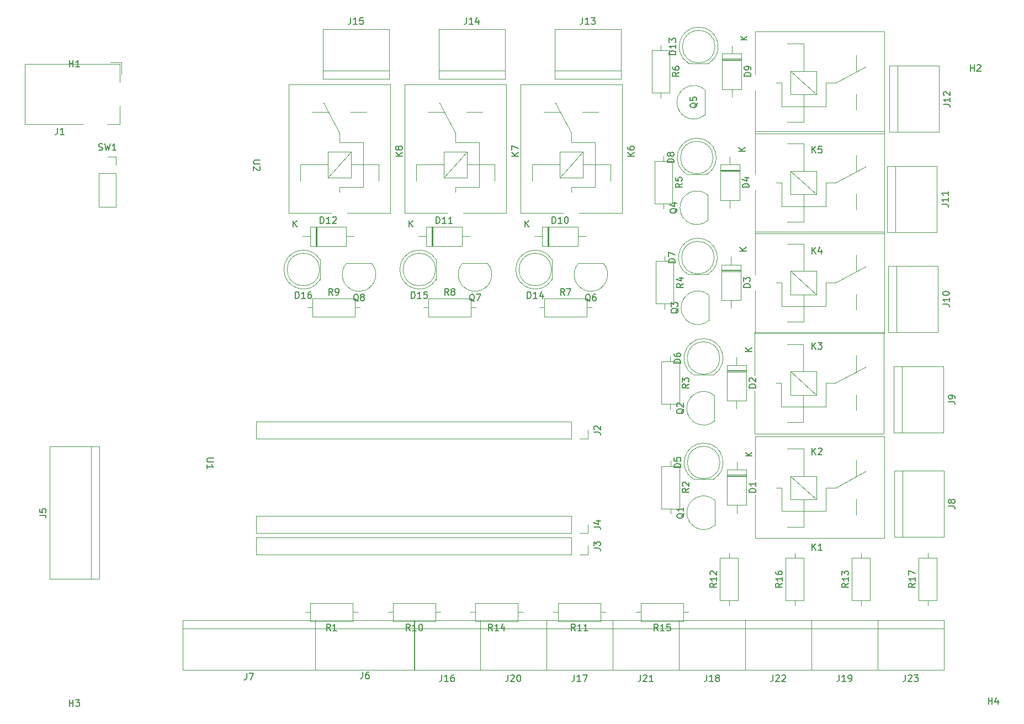
<source format=gbr>
%TF.GenerationSoftware,KiCad,Pcbnew,8.0.1*%
%TF.CreationDate,2024-05-20T21:19:55+03:00*%
%TF.ProjectId,oxygen_harvester,6f787967-656e-45f6-9861-727665737465,rev?*%
%TF.SameCoordinates,Original*%
%TF.FileFunction,Legend,Top*%
%TF.FilePolarity,Positive*%
%FSLAX46Y46*%
G04 Gerber Fmt 4.6, Leading zero omitted, Abs format (unit mm)*
G04 Created by KiCad (PCBNEW 8.0.1) date 2024-05-20 21:19:55*
%MOMM*%
%LPD*%
G01*
G04 APERTURE LIST*
%ADD10C,0.150000*%
%ADD11C,0.120000*%
G04 APERTURE END LIST*
D10*
X87566667Y-63677200D02*
X87709524Y-63724819D01*
X87709524Y-63724819D02*
X87947619Y-63724819D01*
X87947619Y-63724819D02*
X88042857Y-63677200D01*
X88042857Y-63677200D02*
X88090476Y-63629580D01*
X88090476Y-63629580D02*
X88138095Y-63534342D01*
X88138095Y-63534342D02*
X88138095Y-63439104D01*
X88138095Y-63439104D02*
X88090476Y-63343866D01*
X88090476Y-63343866D02*
X88042857Y-63296247D01*
X88042857Y-63296247D02*
X87947619Y-63248628D01*
X87947619Y-63248628D02*
X87757143Y-63201009D01*
X87757143Y-63201009D02*
X87661905Y-63153390D01*
X87661905Y-63153390D02*
X87614286Y-63105771D01*
X87614286Y-63105771D02*
X87566667Y-63010533D01*
X87566667Y-63010533D02*
X87566667Y-62915295D01*
X87566667Y-62915295D02*
X87614286Y-62820057D01*
X87614286Y-62820057D02*
X87661905Y-62772438D01*
X87661905Y-62772438D02*
X87757143Y-62724819D01*
X87757143Y-62724819D02*
X87995238Y-62724819D01*
X87995238Y-62724819D02*
X88138095Y-62772438D01*
X88471429Y-62724819D02*
X88709524Y-63724819D01*
X88709524Y-63724819D02*
X88900000Y-63010533D01*
X88900000Y-63010533D02*
X89090476Y-63724819D01*
X89090476Y-63724819D02*
X89328572Y-62724819D01*
X90233333Y-63724819D02*
X89661905Y-63724819D01*
X89947619Y-63724819D02*
X89947619Y-62724819D01*
X89947619Y-62724819D02*
X89852381Y-62867676D01*
X89852381Y-62867676D02*
X89757143Y-62962914D01*
X89757143Y-62962914D02*
X89661905Y-63010533D01*
X163504819Y-121513333D02*
X164219104Y-121513333D01*
X164219104Y-121513333D02*
X164361961Y-121560952D01*
X164361961Y-121560952D02*
X164457200Y-121656190D01*
X164457200Y-121656190D02*
X164504819Y-121799047D01*
X164504819Y-121799047D02*
X164504819Y-121894285D01*
X163838152Y-120608571D02*
X164504819Y-120608571D01*
X163457200Y-120846666D02*
X164171485Y-121084761D01*
X164171485Y-121084761D02*
X164171485Y-120465714D01*
X163504819Y-124793333D02*
X164219104Y-124793333D01*
X164219104Y-124793333D02*
X164361961Y-124840952D01*
X164361961Y-124840952D02*
X164457200Y-124936190D01*
X164457200Y-124936190D02*
X164504819Y-125079047D01*
X164504819Y-125079047D02*
X164504819Y-125174285D01*
X163504819Y-124412380D02*
X163504819Y-123793333D01*
X163504819Y-123793333D02*
X163885771Y-124126666D01*
X163885771Y-124126666D02*
X163885771Y-123983809D01*
X163885771Y-123983809D02*
X163933390Y-123888571D01*
X163933390Y-123888571D02*
X163981009Y-123840952D01*
X163981009Y-123840952D02*
X164076247Y-123793333D01*
X164076247Y-123793333D02*
X164314342Y-123793333D01*
X164314342Y-123793333D02*
X164409580Y-123840952D01*
X164409580Y-123840952D02*
X164457200Y-123888571D01*
X164457200Y-123888571D02*
X164504819Y-123983809D01*
X164504819Y-123983809D02*
X164504819Y-124269523D01*
X164504819Y-124269523D02*
X164457200Y-124364761D01*
X164457200Y-124364761D02*
X164409580Y-124412380D01*
X163509819Y-107013333D02*
X164224104Y-107013333D01*
X164224104Y-107013333D02*
X164366961Y-107060952D01*
X164366961Y-107060952D02*
X164462200Y-107156190D01*
X164462200Y-107156190D02*
X164509819Y-107299047D01*
X164509819Y-107299047D02*
X164509819Y-107394285D01*
X163605057Y-106584761D02*
X163557438Y-106537142D01*
X163557438Y-106537142D02*
X163509819Y-106441904D01*
X163509819Y-106441904D02*
X163509819Y-106203809D01*
X163509819Y-106203809D02*
X163557438Y-106108571D01*
X163557438Y-106108571D02*
X163605057Y-106060952D01*
X163605057Y-106060952D02*
X163700295Y-106013333D01*
X163700295Y-106013333D02*
X163795533Y-106013333D01*
X163795533Y-106013333D02*
X163938390Y-106060952D01*
X163938390Y-106060952D02*
X164509819Y-106632380D01*
X164509819Y-106632380D02*
X164509819Y-106013333D01*
X145174761Y-86910057D02*
X145079523Y-86862438D01*
X145079523Y-86862438D02*
X144984285Y-86767200D01*
X144984285Y-86767200D02*
X144841428Y-86624342D01*
X144841428Y-86624342D02*
X144746190Y-86576723D01*
X144746190Y-86576723D02*
X144650952Y-86576723D01*
X144698571Y-86814819D02*
X144603333Y-86767200D01*
X144603333Y-86767200D02*
X144508095Y-86671961D01*
X144508095Y-86671961D02*
X144460476Y-86481485D01*
X144460476Y-86481485D02*
X144460476Y-86148152D01*
X144460476Y-86148152D02*
X144508095Y-85957676D01*
X144508095Y-85957676D02*
X144603333Y-85862438D01*
X144603333Y-85862438D02*
X144698571Y-85814819D01*
X144698571Y-85814819D02*
X144889047Y-85814819D01*
X144889047Y-85814819D02*
X144984285Y-85862438D01*
X144984285Y-85862438D02*
X145079523Y-85957676D01*
X145079523Y-85957676D02*
X145127142Y-86148152D01*
X145127142Y-86148152D02*
X145127142Y-86481485D01*
X145127142Y-86481485D02*
X145079523Y-86671961D01*
X145079523Y-86671961D02*
X144984285Y-86767200D01*
X144984285Y-86767200D02*
X144889047Y-86814819D01*
X144889047Y-86814819D02*
X144698571Y-86814819D01*
X145460476Y-85814819D02*
X146127142Y-85814819D01*
X146127142Y-85814819D02*
X145698571Y-86814819D01*
X202554819Y-130182857D02*
X202078628Y-130516190D01*
X202554819Y-130754285D02*
X201554819Y-130754285D01*
X201554819Y-130754285D02*
X201554819Y-130373333D01*
X201554819Y-130373333D02*
X201602438Y-130278095D01*
X201602438Y-130278095D02*
X201650057Y-130230476D01*
X201650057Y-130230476D02*
X201745295Y-130182857D01*
X201745295Y-130182857D02*
X201888152Y-130182857D01*
X201888152Y-130182857D02*
X201983390Y-130230476D01*
X201983390Y-130230476D02*
X202031009Y-130278095D01*
X202031009Y-130278095D02*
X202078628Y-130373333D01*
X202078628Y-130373333D02*
X202078628Y-130754285D01*
X202554819Y-129230476D02*
X202554819Y-129801904D01*
X202554819Y-129516190D02*
X201554819Y-129516190D01*
X201554819Y-129516190D02*
X201697676Y-129611428D01*
X201697676Y-129611428D02*
X201792914Y-129706666D01*
X201792914Y-129706666D02*
X201840533Y-129801904D01*
X201554819Y-128897142D02*
X201554819Y-128278095D01*
X201554819Y-128278095D02*
X201935771Y-128611428D01*
X201935771Y-128611428D02*
X201935771Y-128468571D01*
X201935771Y-128468571D02*
X201983390Y-128373333D01*
X201983390Y-128373333D02*
X202031009Y-128325714D01*
X202031009Y-128325714D02*
X202126247Y-128278095D01*
X202126247Y-128278095D02*
X202364342Y-128278095D01*
X202364342Y-128278095D02*
X202459580Y-128325714D01*
X202459580Y-128325714D02*
X202507200Y-128373333D01*
X202507200Y-128373333D02*
X202554819Y-128468571D01*
X202554819Y-128468571D02*
X202554819Y-128754285D01*
X202554819Y-128754285D02*
X202507200Y-128849523D01*
X202507200Y-128849523D02*
X202459580Y-128897142D01*
X151894819Y-64638094D02*
X150894819Y-64638094D01*
X151894819Y-64066666D02*
X151323390Y-64495237D01*
X150894819Y-64066666D02*
X151466247Y-64638094D01*
X150894819Y-63733332D02*
X150894819Y-63066666D01*
X150894819Y-63066666D02*
X151894819Y-63495237D01*
X169674819Y-64638094D02*
X168674819Y-64638094D01*
X169674819Y-64066666D02*
X169103390Y-64495237D01*
X168674819Y-64066666D02*
X169246247Y-64638094D01*
X168674819Y-63209523D02*
X168674819Y-63399999D01*
X168674819Y-63399999D02*
X168722438Y-63495237D01*
X168722438Y-63495237D02*
X168770057Y-63542856D01*
X168770057Y-63542856D02*
X168912914Y-63638094D01*
X168912914Y-63638094D02*
X169103390Y-63685713D01*
X169103390Y-63685713D02*
X169484342Y-63685713D01*
X169484342Y-63685713D02*
X169579580Y-63638094D01*
X169579580Y-63638094D02*
X169627200Y-63590475D01*
X169627200Y-63590475D02*
X169674819Y-63495237D01*
X169674819Y-63495237D02*
X169674819Y-63304761D01*
X169674819Y-63304761D02*
X169627200Y-63209523D01*
X169627200Y-63209523D02*
X169579580Y-63161904D01*
X169579580Y-63161904D02*
X169484342Y-63114285D01*
X169484342Y-63114285D02*
X169246247Y-63114285D01*
X169246247Y-63114285D02*
X169151009Y-63161904D01*
X169151009Y-63161904D02*
X169103390Y-63209523D01*
X169103390Y-63209523D02*
X169055771Y-63304761D01*
X169055771Y-63304761D02*
X169055771Y-63495237D01*
X169055771Y-63495237D02*
X169103390Y-63590475D01*
X169103390Y-63590475D02*
X169151009Y-63638094D01*
X169151009Y-63638094D02*
X169246247Y-63685713D01*
X160480476Y-144234819D02*
X160480476Y-144949104D01*
X160480476Y-144949104D02*
X160432857Y-145091961D01*
X160432857Y-145091961D02*
X160337619Y-145187200D01*
X160337619Y-145187200D02*
X160194762Y-145234819D01*
X160194762Y-145234819D02*
X160099524Y-145234819D01*
X161480476Y-145234819D02*
X160909048Y-145234819D01*
X161194762Y-145234819D02*
X161194762Y-144234819D01*
X161194762Y-144234819D02*
X161099524Y-144377676D01*
X161099524Y-144377676D02*
X161004286Y-144472914D01*
X161004286Y-144472914D02*
X160909048Y-144520533D01*
X161813810Y-144234819D02*
X162480476Y-144234819D01*
X162480476Y-144234819D02*
X162051905Y-145234819D01*
X81236666Y-60334819D02*
X81236666Y-61049104D01*
X81236666Y-61049104D02*
X81189047Y-61191961D01*
X81189047Y-61191961D02*
X81093809Y-61287200D01*
X81093809Y-61287200D02*
X80950952Y-61334819D01*
X80950952Y-61334819D02*
X80855714Y-61334819D01*
X82236666Y-61334819D02*
X81665238Y-61334819D01*
X81950952Y-61334819D02*
X81950952Y-60334819D01*
X81950952Y-60334819D02*
X81855714Y-60477676D01*
X81855714Y-60477676D02*
X81760476Y-60572914D01*
X81760476Y-60572914D02*
X81665238Y-60620533D01*
X217134819Y-56689523D02*
X217849104Y-56689523D01*
X217849104Y-56689523D02*
X217991961Y-56737142D01*
X217991961Y-56737142D02*
X218087200Y-56832380D01*
X218087200Y-56832380D02*
X218134819Y-56975237D01*
X218134819Y-56975237D02*
X218134819Y-57070475D01*
X218134819Y-55689523D02*
X218134819Y-56260951D01*
X218134819Y-55975237D02*
X217134819Y-55975237D01*
X217134819Y-55975237D02*
X217277676Y-56070475D01*
X217277676Y-56070475D02*
X217372914Y-56165713D01*
X217372914Y-56165713D02*
X217420533Y-56260951D01*
X217230057Y-55308570D02*
X217182438Y-55260951D01*
X217182438Y-55260951D02*
X217134819Y-55165713D01*
X217134819Y-55165713D02*
X217134819Y-54927618D01*
X217134819Y-54927618D02*
X217182438Y-54832380D01*
X217182438Y-54832380D02*
X217230057Y-54784761D01*
X217230057Y-54784761D02*
X217325295Y-54737142D01*
X217325295Y-54737142D02*
X217420533Y-54737142D01*
X217420533Y-54737142D02*
X217563390Y-54784761D01*
X217563390Y-54784761D02*
X218134819Y-55356189D01*
X218134819Y-55356189D02*
X218134819Y-54737142D01*
X224028095Y-148714819D02*
X224028095Y-147714819D01*
X224028095Y-148191009D02*
X224599523Y-148191009D01*
X224599523Y-148714819D02*
X224599523Y-147714819D01*
X225504285Y-148048152D02*
X225504285Y-148714819D01*
X225266190Y-147667200D02*
X225028095Y-148381485D01*
X225028095Y-148381485D02*
X225647142Y-148381485D01*
X153295714Y-86454819D02*
X153295714Y-85454819D01*
X153295714Y-85454819D02*
X153533809Y-85454819D01*
X153533809Y-85454819D02*
X153676666Y-85502438D01*
X153676666Y-85502438D02*
X153771904Y-85597676D01*
X153771904Y-85597676D02*
X153819523Y-85692914D01*
X153819523Y-85692914D02*
X153867142Y-85883390D01*
X153867142Y-85883390D02*
X153867142Y-86026247D01*
X153867142Y-86026247D02*
X153819523Y-86216723D01*
X153819523Y-86216723D02*
X153771904Y-86311961D01*
X153771904Y-86311961D02*
X153676666Y-86407200D01*
X153676666Y-86407200D02*
X153533809Y-86454819D01*
X153533809Y-86454819D02*
X153295714Y-86454819D01*
X154819523Y-86454819D02*
X154248095Y-86454819D01*
X154533809Y-86454819D02*
X154533809Y-85454819D01*
X154533809Y-85454819D02*
X154438571Y-85597676D01*
X154438571Y-85597676D02*
X154343333Y-85692914D01*
X154343333Y-85692914D02*
X154248095Y-85740533D01*
X155676666Y-85788152D02*
X155676666Y-86454819D01*
X155438571Y-85407200D02*
X155200476Y-86121485D01*
X155200476Y-86121485D02*
X155819523Y-86121485D01*
X216844819Y-72019523D02*
X217559104Y-72019523D01*
X217559104Y-72019523D02*
X217701961Y-72067142D01*
X217701961Y-72067142D02*
X217797200Y-72162380D01*
X217797200Y-72162380D02*
X217844819Y-72305237D01*
X217844819Y-72305237D02*
X217844819Y-72400475D01*
X217844819Y-71019523D02*
X217844819Y-71590951D01*
X217844819Y-71305237D02*
X216844819Y-71305237D01*
X216844819Y-71305237D02*
X216987676Y-71400475D01*
X216987676Y-71400475D02*
X217082914Y-71495713D01*
X217082914Y-71495713D02*
X217130533Y-71590951D01*
X217844819Y-70067142D02*
X217844819Y-70638570D01*
X217844819Y-70352856D02*
X216844819Y-70352856D01*
X216844819Y-70352856D02*
X216987676Y-70448094D01*
X216987676Y-70448094D02*
X217082914Y-70543332D01*
X217082914Y-70543332D02*
X217130533Y-70638570D01*
X178084819Y-115626666D02*
X177608628Y-115959999D01*
X178084819Y-116198094D02*
X177084819Y-116198094D01*
X177084819Y-116198094D02*
X177084819Y-115817142D01*
X177084819Y-115817142D02*
X177132438Y-115721904D01*
X177132438Y-115721904D02*
X177180057Y-115674285D01*
X177180057Y-115674285D02*
X177275295Y-115626666D01*
X177275295Y-115626666D02*
X177418152Y-115626666D01*
X177418152Y-115626666D02*
X177513390Y-115674285D01*
X177513390Y-115674285D02*
X177561009Y-115721904D01*
X177561009Y-115721904D02*
X177608628Y-115817142D01*
X177608628Y-115817142D02*
X177608628Y-116198094D01*
X177180057Y-115245713D02*
X177132438Y-115198094D01*
X177132438Y-115198094D02*
X177084819Y-115102856D01*
X177084819Y-115102856D02*
X177084819Y-114864761D01*
X177084819Y-114864761D02*
X177132438Y-114769523D01*
X177132438Y-114769523D02*
X177180057Y-114721904D01*
X177180057Y-114721904D02*
X177275295Y-114674285D01*
X177275295Y-114674285D02*
X177370533Y-114674285D01*
X177370533Y-114674285D02*
X177513390Y-114721904D01*
X177513390Y-114721904D02*
X178084819Y-115293332D01*
X178084819Y-115293332D02*
X178084819Y-114674285D01*
X221268095Y-51604819D02*
X221268095Y-50604819D01*
X221268095Y-51081009D02*
X221839523Y-51081009D01*
X221839523Y-51604819D02*
X221839523Y-50604819D01*
X222268095Y-50700057D02*
X222315714Y-50652438D01*
X222315714Y-50652438D02*
X222410952Y-50604819D01*
X222410952Y-50604819D02*
X222649047Y-50604819D01*
X222649047Y-50604819D02*
X222744285Y-50652438D01*
X222744285Y-50652438D02*
X222791904Y-50700057D01*
X222791904Y-50700057D02*
X222839523Y-50795295D01*
X222839523Y-50795295D02*
X222839523Y-50890533D01*
X222839523Y-50890533D02*
X222791904Y-51033390D01*
X222791904Y-51033390D02*
X222220476Y-51604819D01*
X222220476Y-51604819D02*
X222839523Y-51604819D01*
X83058095Y-149044819D02*
X83058095Y-148044819D01*
X83058095Y-148521009D02*
X83629523Y-148521009D01*
X83629523Y-149044819D02*
X83629523Y-148044819D01*
X84010476Y-148044819D02*
X84629523Y-148044819D01*
X84629523Y-148044819D02*
X84296190Y-148425771D01*
X84296190Y-148425771D02*
X84439047Y-148425771D01*
X84439047Y-148425771D02*
X84534285Y-148473390D01*
X84534285Y-148473390D02*
X84581904Y-148521009D01*
X84581904Y-148521009D02*
X84629523Y-148616247D01*
X84629523Y-148616247D02*
X84629523Y-148854342D01*
X84629523Y-148854342D02*
X84581904Y-148949580D01*
X84581904Y-148949580D02*
X84534285Y-148997200D01*
X84534285Y-148997200D02*
X84439047Y-149044819D01*
X84439047Y-149044819D02*
X84153333Y-149044819D01*
X84153333Y-149044819D02*
X84058095Y-148997200D01*
X84058095Y-148997200D02*
X84010476Y-148949580D01*
X123103333Y-137444819D02*
X122770000Y-136968628D01*
X122531905Y-137444819D02*
X122531905Y-136444819D01*
X122531905Y-136444819D02*
X122912857Y-136444819D01*
X122912857Y-136444819D02*
X123008095Y-136492438D01*
X123008095Y-136492438D02*
X123055714Y-136540057D01*
X123055714Y-136540057D02*
X123103333Y-136635295D01*
X123103333Y-136635295D02*
X123103333Y-136778152D01*
X123103333Y-136778152D02*
X123055714Y-136873390D01*
X123055714Y-136873390D02*
X123008095Y-136921009D01*
X123008095Y-136921009D02*
X122912857Y-136968628D01*
X122912857Y-136968628D02*
X122531905Y-136968628D01*
X124055714Y-137444819D02*
X123484286Y-137444819D01*
X123770000Y-137444819D02*
X123770000Y-136444819D01*
X123770000Y-136444819D02*
X123674762Y-136587676D01*
X123674762Y-136587676D02*
X123579524Y-136682914D01*
X123579524Y-136682914D02*
X123484286Y-136730533D01*
X176450057Y-88005238D02*
X176402438Y-88100476D01*
X176402438Y-88100476D02*
X176307200Y-88195714D01*
X176307200Y-88195714D02*
X176164342Y-88338571D01*
X176164342Y-88338571D02*
X176116723Y-88433809D01*
X176116723Y-88433809D02*
X176116723Y-88529047D01*
X176354819Y-88481428D02*
X176307200Y-88576666D01*
X176307200Y-88576666D02*
X176211961Y-88671904D01*
X176211961Y-88671904D02*
X176021485Y-88719523D01*
X176021485Y-88719523D02*
X175688152Y-88719523D01*
X175688152Y-88719523D02*
X175497676Y-88671904D01*
X175497676Y-88671904D02*
X175402438Y-88576666D01*
X175402438Y-88576666D02*
X175354819Y-88481428D01*
X175354819Y-88481428D02*
X175354819Y-88290952D01*
X175354819Y-88290952D02*
X175402438Y-88195714D01*
X175402438Y-88195714D02*
X175497676Y-88100476D01*
X175497676Y-88100476D02*
X175688152Y-88052857D01*
X175688152Y-88052857D02*
X176021485Y-88052857D01*
X176021485Y-88052857D02*
X176211961Y-88100476D01*
X176211961Y-88100476D02*
X176307200Y-88195714D01*
X176307200Y-88195714D02*
X176354819Y-88290952D01*
X176354819Y-88290952D02*
X176354819Y-88481428D01*
X175354819Y-87719523D02*
X175354819Y-87100476D01*
X175354819Y-87100476D02*
X175735771Y-87433809D01*
X175735771Y-87433809D02*
X175735771Y-87290952D01*
X175735771Y-87290952D02*
X175783390Y-87195714D01*
X175783390Y-87195714D02*
X175831009Y-87148095D01*
X175831009Y-87148095D02*
X175926247Y-87100476D01*
X175926247Y-87100476D02*
X176164342Y-87100476D01*
X176164342Y-87100476D02*
X176259580Y-87148095D01*
X176259580Y-87148095D02*
X176307200Y-87195714D01*
X176307200Y-87195714D02*
X176354819Y-87290952D01*
X176354819Y-87290952D02*
X176354819Y-87576666D01*
X176354819Y-87576666D02*
X176307200Y-87671904D01*
X176307200Y-87671904D02*
X176259580Y-87719523D01*
X150320476Y-144234819D02*
X150320476Y-144949104D01*
X150320476Y-144949104D02*
X150272857Y-145091961D01*
X150272857Y-145091961D02*
X150177619Y-145187200D01*
X150177619Y-145187200D02*
X150034762Y-145234819D01*
X150034762Y-145234819D02*
X149939524Y-145234819D01*
X150749048Y-144330057D02*
X150796667Y-144282438D01*
X150796667Y-144282438D02*
X150891905Y-144234819D01*
X150891905Y-144234819D02*
X151130000Y-144234819D01*
X151130000Y-144234819D02*
X151225238Y-144282438D01*
X151225238Y-144282438D02*
X151272857Y-144330057D01*
X151272857Y-144330057D02*
X151320476Y-144425295D01*
X151320476Y-144425295D02*
X151320476Y-144520533D01*
X151320476Y-144520533D02*
X151272857Y-144663390D01*
X151272857Y-144663390D02*
X150701429Y-145234819D01*
X150701429Y-145234819D02*
X151320476Y-145234819D01*
X151939524Y-144234819D02*
X152034762Y-144234819D01*
X152034762Y-144234819D02*
X152130000Y-144282438D01*
X152130000Y-144282438D02*
X152177619Y-144330057D01*
X152177619Y-144330057D02*
X152225238Y-144425295D01*
X152225238Y-144425295D02*
X152272857Y-144615771D01*
X152272857Y-144615771D02*
X152272857Y-144853866D01*
X152272857Y-144853866D02*
X152225238Y-145044342D01*
X152225238Y-145044342D02*
X152177619Y-145139580D01*
X152177619Y-145139580D02*
X152130000Y-145187200D01*
X152130000Y-145187200D02*
X152034762Y-145234819D01*
X152034762Y-145234819D02*
X151939524Y-145234819D01*
X151939524Y-145234819D02*
X151844286Y-145187200D01*
X151844286Y-145187200D02*
X151796667Y-145139580D01*
X151796667Y-145139580D02*
X151749048Y-145044342D01*
X151749048Y-145044342D02*
X151701429Y-144853866D01*
X151701429Y-144853866D02*
X151701429Y-144615771D01*
X151701429Y-144615771D02*
X151749048Y-144425295D01*
X151749048Y-144425295D02*
X151796667Y-144330057D01*
X151796667Y-144330057D02*
X151844286Y-144282438D01*
X151844286Y-144282438D02*
X151939524Y-144234819D01*
X217874819Y-102303333D02*
X218589104Y-102303333D01*
X218589104Y-102303333D02*
X218731961Y-102350952D01*
X218731961Y-102350952D02*
X218827200Y-102446190D01*
X218827200Y-102446190D02*
X218874819Y-102589047D01*
X218874819Y-102589047D02*
X218874819Y-102684285D01*
X218874819Y-101779523D02*
X218874819Y-101589047D01*
X218874819Y-101589047D02*
X218827200Y-101493809D01*
X218827200Y-101493809D02*
X218779580Y-101446190D01*
X218779580Y-101446190D02*
X218636723Y-101350952D01*
X218636723Y-101350952D02*
X218446247Y-101303333D01*
X218446247Y-101303333D02*
X218065295Y-101303333D01*
X218065295Y-101303333D02*
X217970057Y-101350952D01*
X217970057Y-101350952D02*
X217922438Y-101398571D01*
X217922438Y-101398571D02*
X217874819Y-101493809D01*
X217874819Y-101493809D02*
X217874819Y-101684285D01*
X217874819Y-101684285D02*
X217922438Y-101779523D01*
X217922438Y-101779523D02*
X217970057Y-101827142D01*
X217970057Y-101827142D02*
X218065295Y-101874761D01*
X218065295Y-101874761D02*
X218303390Y-101874761D01*
X218303390Y-101874761D02*
X218398628Y-101827142D01*
X218398628Y-101827142D02*
X218446247Y-101779523D01*
X218446247Y-101779523D02*
X218493866Y-101684285D01*
X218493866Y-101684285D02*
X218493866Y-101493809D01*
X218493866Y-101493809D02*
X218446247Y-101398571D01*
X218446247Y-101398571D02*
X218398628Y-101350952D01*
X218398628Y-101350952D02*
X218303390Y-101303333D01*
X176834819Y-112388094D02*
X175834819Y-112388094D01*
X175834819Y-112388094D02*
X175834819Y-112149999D01*
X175834819Y-112149999D02*
X175882438Y-112007142D01*
X175882438Y-112007142D02*
X175977676Y-111911904D01*
X175977676Y-111911904D02*
X176072914Y-111864285D01*
X176072914Y-111864285D02*
X176263390Y-111816666D01*
X176263390Y-111816666D02*
X176406247Y-111816666D01*
X176406247Y-111816666D02*
X176596723Y-111864285D01*
X176596723Y-111864285D02*
X176691961Y-111911904D01*
X176691961Y-111911904D02*
X176787200Y-112007142D01*
X176787200Y-112007142D02*
X176834819Y-112149999D01*
X176834819Y-112149999D02*
X176834819Y-112388094D01*
X175834819Y-110911904D02*
X175834819Y-111388094D01*
X175834819Y-111388094D02*
X176311009Y-111435713D01*
X176311009Y-111435713D02*
X176263390Y-111388094D01*
X176263390Y-111388094D02*
X176215771Y-111292856D01*
X176215771Y-111292856D02*
X176215771Y-111054761D01*
X176215771Y-111054761D02*
X176263390Y-110959523D01*
X176263390Y-110959523D02*
X176311009Y-110911904D01*
X176311009Y-110911904D02*
X176406247Y-110864285D01*
X176406247Y-110864285D02*
X176644342Y-110864285D01*
X176644342Y-110864285D02*
X176739580Y-110911904D01*
X176739580Y-110911904D02*
X176787200Y-110959523D01*
X176787200Y-110959523D02*
X176834819Y-111054761D01*
X176834819Y-111054761D02*
X176834819Y-111292856D01*
X176834819Y-111292856D02*
X176787200Y-111388094D01*
X176787200Y-111388094D02*
X176739580Y-111435713D01*
X196961905Y-110444819D02*
X196961905Y-109444819D01*
X197533333Y-110444819D02*
X197104762Y-109873390D01*
X197533333Y-109444819D02*
X196961905Y-110016247D01*
X197914286Y-109540057D02*
X197961905Y-109492438D01*
X197961905Y-109492438D02*
X198057143Y-109444819D01*
X198057143Y-109444819D02*
X198295238Y-109444819D01*
X198295238Y-109444819D02*
X198390476Y-109492438D01*
X198390476Y-109492438D02*
X198438095Y-109540057D01*
X198438095Y-109540057D02*
X198485714Y-109635295D01*
X198485714Y-109635295D02*
X198485714Y-109730533D01*
X198485714Y-109730533D02*
X198438095Y-109873390D01*
X198438095Y-109873390D02*
X197866667Y-110444819D01*
X197866667Y-110444819D02*
X198485714Y-110444819D01*
X176280057Y-72655238D02*
X176232438Y-72750476D01*
X176232438Y-72750476D02*
X176137200Y-72845714D01*
X176137200Y-72845714D02*
X175994342Y-72988571D01*
X175994342Y-72988571D02*
X175946723Y-73083809D01*
X175946723Y-73083809D02*
X175946723Y-73179047D01*
X176184819Y-73131428D02*
X176137200Y-73226666D01*
X176137200Y-73226666D02*
X176041961Y-73321904D01*
X176041961Y-73321904D02*
X175851485Y-73369523D01*
X175851485Y-73369523D02*
X175518152Y-73369523D01*
X175518152Y-73369523D02*
X175327676Y-73321904D01*
X175327676Y-73321904D02*
X175232438Y-73226666D01*
X175232438Y-73226666D02*
X175184819Y-73131428D01*
X175184819Y-73131428D02*
X175184819Y-72940952D01*
X175184819Y-72940952D02*
X175232438Y-72845714D01*
X175232438Y-72845714D02*
X175327676Y-72750476D01*
X175327676Y-72750476D02*
X175518152Y-72702857D01*
X175518152Y-72702857D02*
X175851485Y-72702857D01*
X175851485Y-72702857D02*
X176041961Y-72750476D01*
X176041961Y-72750476D02*
X176137200Y-72845714D01*
X176137200Y-72845714D02*
X176184819Y-72940952D01*
X176184819Y-72940952D02*
X176184819Y-73131428D01*
X175518152Y-71845714D02*
X176184819Y-71845714D01*
X175137200Y-72083809D02*
X175851485Y-72321904D01*
X175851485Y-72321904D02*
X175851485Y-71702857D01*
X178064819Y-99596666D02*
X177588628Y-99929999D01*
X178064819Y-100168094D02*
X177064819Y-100168094D01*
X177064819Y-100168094D02*
X177064819Y-99787142D01*
X177064819Y-99787142D02*
X177112438Y-99691904D01*
X177112438Y-99691904D02*
X177160057Y-99644285D01*
X177160057Y-99644285D02*
X177255295Y-99596666D01*
X177255295Y-99596666D02*
X177398152Y-99596666D01*
X177398152Y-99596666D02*
X177493390Y-99644285D01*
X177493390Y-99644285D02*
X177541009Y-99691904D01*
X177541009Y-99691904D02*
X177588628Y-99787142D01*
X177588628Y-99787142D02*
X177588628Y-100168094D01*
X177064819Y-99263332D02*
X177064819Y-98644285D01*
X177064819Y-98644285D02*
X177445771Y-98977618D01*
X177445771Y-98977618D02*
X177445771Y-98834761D01*
X177445771Y-98834761D02*
X177493390Y-98739523D01*
X177493390Y-98739523D02*
X177541009Y-98691904D01*
X177541009Y-98691904D02*
X177636247Y-98644285D01*
X177636247Y-98644285D02*
X177874342Y-98644285D01*
X177874342Y-98644285D02*
X177969580Y-98691904D01*
X177969580Y-98691904D02*
X178017200Y-98739523D01*
X178017200Y-98739523D02*
X178064819Y-98834761D01*
X178064819Y-98834761D02*
X178064819Y-99120475D01*
X178064819Y-99120475D02*
X178017200Y-99215713D01*
X178017200Y-99215713D02*
X177969580Y-99263332D01*
X117735714Y-86454819D02*
X117735714Y-85454819D01*
X117735714Y-85454819D02*
X117973809Y-85454819D01*
X117973809Y-85454819D02*
X118116666Y-85502438D01*
X118116666Y-85502438D02*
X118211904Y-85597676D01*
X118211904Y-85597676D02*
X118259523Y-85692914D01*
X118259523Y-85692914D02*
X118307142Y-85883390D01*
X118307142Y-85883390D02*
X118307142Y-86026247D01*
X118307142Y-86026247D02*
X118259523Y-86216723D01*
X118259523Y-86216723D02*
X118211904Y-86311961D01*
X118211904Y-86311961D02*
X118116666Y-86407200D01*
X118116666Y-86407200D02*
X117973809Y-86454819D01*
X117973809Y-86454819D02*
X117735714Y-86454819D01*
X119259523Y-86454819D02*
X118688095Y-86454819D01*
X118973809Y-86454819D02*
X118973809Y-85454819D01*
X118973809Y-85454819D02*
X118878571Y-85597676D01*
X118878571Y-85597676D02*
X118783333Y-85692914D01*
X118783333Y-85692914D02*
X118688095Y-85740533D01*
X120116666Y-85454819D02*
X119926190Y-85454819D01*
X119926190Y-85454819D02*
X119830952Y-85502438D01*
X119830952Y-85502438D02*
X119783333Y-85550057D01*
X119783333Y-85550057D02*
X119688095Y-85692914D01*
X119688095Y-85692914D02*
X119640476Y-85883390D01*
X119640476Y-85883390D02*
X119640476Y-86264342D01*
X119640476Y-86264342D02*
X119688095Y-86359580D01*
X119688095Y-86359580D02*
X119735714Y-86407200D01*
X119735714Y-86407200D02*
X119830952Y-86454819D01*
X119830952Y-86454819D02*
X120021428Y-86454819D01*
X120021428Y-86454819D02*
X120116666Y-86407200D01*
X120116666Y-86407200D02*
X120164285Y-86359580D01*
X120164285Y-86359580D02*
X120211904Y-86264342D01*
X120211904Y-86264342D02*
X120211904Y-86026247D01*
X120211904Y-86026247D02*
X120164285Y-85931009D01*
X120164285Y-85931009D02*
X120116666Y-85883390D01*
X120116666Y-85883390D02*
X120021428Y-85835771D01*
X120021428Y-85835771D02*
X119830952Y-85835771D01*
X119830952Y-85835771D02*
X119735714Y-85883390D01*
X119735714Y-85883390D02*
X119688095Y-85931009D01*
X119688095Y-85931009D02*
X119640476Y-86026247D01*
X212794819Y-130182857D02*
X212318628Y-130516190D01*
X212794819Y-130754285D02*
X211794819Y-130754285D01*
X211794819Y-130754285D02*
X211794819Y-130373333D01*
X211794819Y-130373333D02*
X211842438Y-130278095D01*
X211842438Y-130278095D02*
X211890057Y-130230476D01*
X211890057Y-130230476D02*
X211985295Y-130182857D01*
X211985295Y-130182857D02*
X212128152Y-130182857D01*
X212128152Y-130182857D02*
X212223390Y-130230476D01*
X212223390Y-130230476D02*
X212271009Y-130278095D01*
X212271009Y-130278095D02*
X212318628Y-130373333D01*
X212318628Y-130373333D02*
X212318628Y-130754285D01*
X212794819Y-129230476D02*
X212794819Y-129801904D01*
X212794819Y-129516190D02*
X211794819Y-129516190D01*
X211794819Y-129516190D02*
X211937676Y-129611428D01*
X211937676Y-129611428D02*
X212032914Y-129706666D01*
X212032914Y-129706666D02*
X212080533Y-129801904D01*
X211794819Y-128897142D02*
X211794819Y-128230476D01*
X211794819Y-128230476D02*
X212794819Y-128659047D01*
X182314819Y-130182857D02*
X181838628Y-130516190D01*
X182314819Y-130754285D02*
X181314819Y-130754285D01*
X181314819Y-130754285D02*
X181314819Y-130373333D01*
X181314819Y-130373333D02*
X181362438Y-130278095D01*
X181362438Y-130278095D02*
X181410057Y-130230476D01*
X181410057Y-130230476D02*
X181505295Y-130182857D01*
X181505295Y-130182857D02*
X181648152Y-130182857D01*
X181648152Y-130182857D02*
X181743390Y-130230476D01*
X181743390Y-130230476D02*
X181791009Y-130278095D01*
X181791009Y-130278095D02*
X181838628Y-130373333D01*
X181838628Y-130373333D02*
X181838628Y-130754285D01*
X182314819Y-129230476D02*
X182314819Y-129801904D01*
X182314819Y-129516190D02*
X181314819Y-129516190D01*
X181314819Y-129516190D02*
X181457676Y-129611428D01*
X181457676Y-129611428D02*
X181552914Y-129706666D01*
X181552914Y-129706666D02*
X181600533Y-129801904D01*
X181410057Y-128849523D02*
X181362438Y-128801904D01*
X181362438Y-128801904D02*
X181314819Y-128706666D01*
X181314819Y-128706666D02*
X181314819Y-128468571D01*
X181314819Y-128468571D02*
X181362438Y-128373333D01*
X181362438Y-128373333D02*
X181410057Y-128325714D01*
X181410057Y-128325714D02*
X181505295Y-128278095D01*
X181505295Y-128278095D02*
X181600533Y-128278095D01*
X181600533Y-128278095D02*
X181743390Y-128325714D01*
X181743390Y-128325714D02*
X182314819Y-128897142D01*
X182314819Y-128897142D02*
X182314819Y-128278095D01*
X192394819Y-130182857D02*
X191918628Y-130516190D01*
X192394819Y-130754285D02*
X191394819Y-130754285D01*
X191394819Y-130754285D02*
X191394819Y-130373333D01*
X191394819Y-130373333D02*
X191442438Y-130278095D01*
X191442438Y-130278095D02*
X191490057Y-130230476D01*
X191490057Y-130230476D02*
X191585295Y-130182857D01*
X191585295Y-130182857D02*
X191728152Y-130182857D01*
X191728152Y-130182857D02*
X191823390Y-130230476D01*
X191823390Y-130230476D02*
X191871009Y-130278095D01*
X191871009Y-130278095D02*
X191918628Y-130373333D01*
X191918628Y-130373333D02*
X191918628Y-130754285D01*
X192394819Y-129230476D02*
X192394819Y-129801904D01*
X192394819Y-129516190D02*
X191394819Y-129516190D01*
X191394819Y-129516190D02*
X191537676Y-129611428D01*
X191537676Y-129611428D02*
X191632914Y-129706666D01*
X191632914Y-129706666D02*
X191680533Y-129801904D01*
X191394819Y-128373333D02*
X191394819Y-128563809D01*
X191394819Y-128563809D02*
X191442438Y-128659047D01*
X191442438Y-128659047D02*
X191490057Y-128706666D01*
X191490057Y-128706666D02*
X191632914Y-128801904D01*
X191632914Y-128801904D02*
X191823390Y-128849523D01*
X191823390Y-128849523D02*
X192204342Y-128849523D01*
X192204342Y-128849523D02*
X192299580Y-128801904D01*
X192299580Y-128801904D02*
X192347200Y-128754285D01*
X192347200Y-128754285D02*
X192394819Y-128659047D01*
X192394819Y-128659047D02*
X192394819Y-128468571D01*
X192394819Y-128468571D02*
X192347200Y-128373333D01*
X192347200Y-128373333D02*
X192299580Y-128325714D01*
X192299580Y-128325714D02*
X192204342Y-128278095D01*
X192204342Y-128278095D02*
X191966247Y-128278095D01*
X191966247Y-128278095D02*
X191871009Y-128325714D01*
X191871009Y-128325714D02*
X191823390Y-128373333D01*
X191823390Y-128373333D02*
X191775771Y-128468571D01*
X191775771Y-128468571D02*
X191775771Y-128659047D01*
X191775771Y-128659047D02*
X191823390Y-128754285D01*
X191823390Y-128754285D02*
X191871009Y-128801904D01*
X191871009Y-128801904D02*
X191966247Y-128849523D01*
X175784819Y-65598094D02*
X174784819Y-65598094D01*
X174784819Y-65598094D02*
X174784819Y-65359999D01*
X174784819Y-65359999D02*
X174832438Y-65217142D01*
X174832438Y-65217142D02*
X174927676Y-65121904D01*
X174927676Y-65121904D02*
X175022914Y-65074285D01*
X175022914Y-65074285D02*
X175213390Y-65026666D01*
X175213390Y-65026666D02*
X175356247Y-65026666D01*
X175356247Y-65026666D02*
X175546723Y-65074285D01*
X175546723Y-65074285D02*
X175641961Y-65121904D01*
X175641961Y-65121904D02*
X175737200Y-65217142D01*
X175737200Y-65217142D02*
X175784819Y-65359999D01*
X175784819Y-65359999D02*
X175784819Y-65598094D01*
X175213390Y-64455237D02*
X175165771Y-64550475D01*
X175165771Y-64550475D02*
X175118152Y-64598094D01*
X175118152Y-64598094D02*
X175022914Y-64645713D01*
X175022914Y-64645713D02*
X174975295Y-64645713D01*
X174975295Y-64645713D02*
X174880057Y-64598094D01*
X174880057Y-64598094D02*
X174832438Y-64550475D01*
X174832438Y-64550475D02*
X174784819Y-64455237D01*
X174784819Y-64455237D02*
X174784819Y-64264761D01*
X174784819Y-64264761D02*
X174832438Y-64169523D01*
X174832438Y-64169523D02*
X174880057Y-64121904D01*
X174880057Y-64121904D02*
X174975295Y-64074285D01*
X174975295Y-64074285D02*
X175022914Y-64074285D01*
X175022914Y-64074285D02*
X175118152Y-64121904D01*
X175118152Y-64121904D02*
X175165771Y-64169523D01*
X175165771Y-64169523D02*
X175213390Y-64264761D01*
X175213390Y-64264761D02*
X175213390Y-64455237D01*
X175213390Y-64455237D02*
X175261009Y-64550475D01*
X175261009Y-64550475D02*
X175308628Y-64598094D01*
X175308628Y-64598094D02*
X175403866Y-64645713D01*
X175403866Y-64645713D02*
X175594342Y-64645713D01*
X175594342Y-64645713D02*
X175689580Y-64598094D01*
X175689580Y-64598094D02*
X175737200Y-64550475D01*
X175737200Y-64550475D02*
X175784819Y-64455237D01*
X175784819Y-64455237D02*
X175784819Y-64264761D01*
X175784819Y-64264761D02*
X175737200Y-64169523D01*
X175737200Y-64169523D02*
X175689580Y-64121904D01*
X175689580Y-64121904D02*
X175594342Y-64074285D01*
X175594342Y-64074285D02*
X175403866Y-64074285D01*
X175403866Y-64074285D02*
X175308628Y-64121904D01*
X175308628Y-64121904D02*
X175261009Y-64169523D01*
X175261009Y-64169523D02*
X175213390Y-64264761D01*
X175954819Y-80948094D02*
X174954819Y-80948094D01*
X174954819Y-80948094D02*
X174954819Y-80709999D01*
X174954819Y-80709999D02*
X175002438Y-80567142D01*
X175002438Y-80567142D02*
X175097676Y-80471904D01*
X175097676Y-80471904D02*
X175192914Y-80424285D01*
X175192914Y-80424285D02*
X175383390Y-80376666D01*
X175383390Y-80376666D02*
X175526247Y-80376666D01*
X175526247Y-80376666D02*
X175716723Y-80424285D01*
X175716723Y-80424285D02*
X175811961Y-80471904D01*
X175811961Y-80471904D02*
X175907200Y-80567142D01*
X175907200Y-80567142D02*
X175954819Y-80709999D01*
X175954819Y-80709999D02*
X175954819Y-80948094D01*
X174954819Y-80043332D02*
X174954819Y-79376666D01*
X174954819Y-79376666D02*
X175954819Y-79805237D01*
X160647142Y-137444819D02*
X160313809Y-136968628D01*
X160075714Y-137444819D02*
X160075714Y-136444819D01*
X160075714Y-136444819D02*
X160456666Y-136444819D01*
X160456666Y-136444819D02*
X160551904Y-136492438D01*
X160551904Y-136492438D02*
X160599523Y-136540057D01*
X160599523Y-136540057D02*
X160647142Y-136635295D01*
X160647142Y-136635295D02*
X160647142Y-136778152D01*
X160647142Y-136778152D02*
X160599523Y-136873390D01*
X160599523Y-136873390D02*
X160551904Y-136921009D01*
X160551904Y-136921009D02*
X160456666Y-136968628D01*
X160456666Y-136968628D02*
X160075714Y-136968628D01*
X161599523Y-137444819D02*
X161028095Y-137444819D01*
X161313809Y-137444819D02*
X161313809Y-136444819D01*
X161313809Y-136444819D02*
X161218571Y-136587676D01*
X161218571Y-136587676D02*
X161123333Y-136682914D01*
X161123333Y-136682914D02*
X161028095Y-136730533D01*
X162551904Y-137444819D02*
X161980476Y-137444819D01*
X162266190Y-137444819D02*
X162266190Y-136444819D01*
X162266190Y-136444819D02*
X162170952Y-136587676D01*
X162170952Y-136587676D02*
X162075714Y-136682914D01*
X162075714Y-136682914D02*
X161980476Y-136730533D01*
X126190476Y-43394819D02*
X126190476Y-44109104D01*
X126190476Y-44109104D02*
X126142857Y-44251961D01*
X126142857Y-44251961D02*
X126047619Y-44347200D01*
X126047619Y-44347200D02*
X125904762Y-44394819D01*
X125904762Y-44394819D02*
X125809524Y-44394819D01*
X127190476Y-44394819D02*
X126619048Y-44394819D01*
X126904762Y-44394819D02*
X126904762Y-43394819D01*
X126904762Y-43394819D02*
X126809524Y-43537676D01*
X126809524Y-43537676D02*
X126714286Y-43632914D01*
X126714286Y-43632914D02*
X126619048Y-43680533D01*
X128095238Y-43394819D02*
X127619048Y-43394819D01*
X127619048Y-43394819D02*
X127571429Y-43871009D01*
X127571429Y-43871009D02*
X127619048Y-43823390D01*
X127619048Y-43823390D02*
X127714286Y-43775771D01*
X127714286Y-43775771D02*
X127952381Y-43775771D01*
X127952381Y-43775771D02*
X128047619Y-43823390D01*
X128047619Y-43823390D02*
X128095238Y-43871009D01*
X128095238Y-43871009D02*
X128142857Y-43966247D01*
X128142857Y-43966247D02*
X128142857Y-44204342D01*
X128142857Y-44204342D02*
X128095238Y-44299580D01*
X128095238Y-44299580D02*
X128047619Y-44347200D01*
X128047619Y-44347200D02*
X127952381Y-44394819D01*
X127952381Y-44394819D02*
X127714286Y-44394819D01*
X127714286Y-44394819D02*
X127619048Y-44347200D01*
X127619048Y-44347200D02*
X127571429Y-44299580D01*
X196981905Y-79594819D02*
X196981905Y-78594819D01*
X197553333Y-79594819D02*
X197124762Y-79023390D01*
X197553333Y-78594819D02*
X196981905Y-79166247D01*
X198410476Y-78928152D02*
X198410476Y-79594819D01*
X198172381Y-78547200D02*
X197934286Y-79261485D01*
X197934286Y-79261485D02*
X198553333Y-79261485D01*
X177204819Y-84186666D02*
X176728628Y-84519999D01*
X177204819Y-84758094D02*
X176204819Y-84758094D01*
X176204819Y-84758094D02*
X176204819Y-84377142D01*
X176204819Y-84377142D02*
X176252438Y-84281904D01*
X176252438Y-84281904D02*
X176300057Y-84234285D01*
X176300057Y-84234285D02*
X176395295Y-84186666D01*
X176395295Y-84186666D02*
X176538152Y-84186666D01*
X176538152Y-84186666D02*
X176633390Y-84234285D01*
X176633390Y-84234285D02*
X176681009Y-84281904D01*
X176681009Y-84281904D02*
X176728628Y-84377142D01*
X176728628Y-84377142D02*
X176728628Y-84758094D01*
X176538152Y-83329523D02*
X177204819Y-83329523D01*
X176157200Y-83567618D02*
X176871485Y-83805713D01*
X176871485Y-83805713D02*
X176871485Y-83186666D01*
X211280476Y-144234819D02*
X211280476Y-144949104D01*
X211280476Y-144949104D02*
X211232857Y-145091961D01*
X211232857Y-145091961D02*
X211137619Y-145187200D01*
X211137619Y-145187200D02*
X210994762Y-145234819D01*
X210994762Y-145234819D02*
X210899524Y-145234819D01*
X211709048Y-144330057D02*
X211756667Y-144282438D01*
X211756667Y-144282438D02*
X211851905Y-144234819D01*
X211851905Y-144234819D02*
X212090000Y-144234819D01*
X212090000Y-144234819D02*
X212185238Y-144282438D01*
X212185238Y-144282438D02*
X212232857Y-144330057D01*
X212232857Y-144330057D02*
X212280476Y-144425295D01*
X212280476Y-144425295D02*
X212280476Y-144520533D01*
X212280476Y-144520533D02*
X212232857Y-144663390D01*
X212232857Y-144663390D02*
X211661429Y-145234819D01*
X211661429Y-145234819D02*
X212280476Y-145234819D01*
X212613810Y-144234819D02*
X213232857Y-144234819D01*
X213232857Y-144234819D02*
X212899524Y-144615771D01*
X212899524Y-144615771D02*
X213042381Y-144615771D01*
X213042381Y-144615771D02*
X213137619Y-144663390D01*
X213137619Y-144663390D02*
X213185238Y-144711009D01*
X213185238Y-144711009D02*
X213232857Y-144806247D01*
X213232857Y-144806247D02*
X213232857Y-145044342D01*
X213232857Y-145044342D02*
X213185238Y-145139580D01*
X213185238Y-145139580D02*
X213137619Y-145187200D01*
X213137619Y-145187200D02*
X213042381Y-145234819D01*
X213042381Y-145234819D02*
X212756667Y-145234819D01*
X212756667Y-145234819D02*
X212661429Y-145187200D01*
X212661429Y-145187200D02*
X212613810Y-145139580D01*
X217014819Y-87369523D02*
X217729104Y-87369523D01*
X217729104Y-87369523D02*
X217871961Y-87417142D01*
X217871961Y-87417142D02*
X217967200Y-87512380D01*
X217967200Y-87512380D02*
X218014819Y-87655237D01*
X218014819Y-87655237D02*
X218014819Y-87750475D01*
X218014819Y-86369523D02*
X218014819Y-86940951D01*
X218014819Y-86655237D02*
X217014819Y-86655237D01*
X217014819Y-86655237D02*
X217157676Y-86750475D01*
X217157676Y-86750475D02*
X217252914Y-86845713D01*
X217252914Y-86845713D02*
X217300533Y-86940951D01*
X217014819Y-85750475D02*
X217014819Y-85655237D01*
X217014819Y-85655237D02*
X217062438Y-85559999D01*
X217062438Y-85559999D02*
X217110057Y-85512380D01*
X217110057Y-85512380D02*
X217205295Y-85464761D01*
X217205295Y-85464761D02*
X217395771Y-85417142D01*
X217395771Y-85417142D02*
X217633866Y-85417142D01*
X217633866Y-85417142D02*
X217824342Y-85464761D01*
X217824342Y-85464761D02*
X217919580Y-85512380D01*
X217919580Y-85512380D02*
X217967200Y-85559999D01*
X217967200Y-85559999D02*
X218014819Y-85655237D01*
X218014819Y-85655237D02*
X218014819Y-85750475D01*
X218014819Y-85750475D02*
X217967200Y-85845713D01*
X217967200Y-85845713D02*
X217919580Y-85893332D01*
X217919580Y-85893332D02*
X217824342Y-85940951D01*
X217824342Y-85940951D02*
X217633866Y-85988570D01*
X217633866Y-85988570D02*
X217395771Y-85988570D01*
X217395771Y-85988570D02*
X217205295Y-85940951D01*
X217205295Y-85940951D02*
X217110057Y-85893332D01*
X217110057Y-85893332D02*
X217062438Y-85845713D01*
X217062438Y-85845713D02*
X217014819Y-85750475D01*
X177034819Y-68836666D02*
X176558628Y-69169999D01*
X177034819Y-69408094D02*
X176034819Y-69408094D01*
X176034819Y-69408094D02*
X176034819Y-69027142D01*
X176034819Y-69027142D02*
X176082438Y-68931904D01*
X176082438Y-68931904D02*
X176130057Y-68884285D01*
X176130057Y-68884285D02*
X176225295Y-68836666D01*
X176225295Y-68836666D02*
X176368152Y-68836666D01*
X176368152Y-68836666D02*
X176463390Y-68884285D01*
X176463390Y-68884285D02*
X176511009Y-68931904D01*
X176511009Y-68931904D02*
X176558628Y-69027142D01*
X176558628Y-69027142D02*
X176558628Y-69408094D01*
X176034819Y-67931904D02*
X176034819Y-68408094D01*
X176034819Y-68408094D02*
X176511009Y-68455713D01*
X176511009Y-68455713D02*
X176463390Y-68408094D01*
X176463390Y-68408094D02*
X176415771Y-68312856D01*
X176415771Y-68312856D02*
X176415771Y-68074761D01*
X176415771Y-68074761D02*
X176463390Y-67979523D01*
X176463390Y-67979523D02*
X176511009Y-67931904D01*
X176511009Y-67931904D02*
X176606247Y-67884285D01*
X176606247Y-67884285D02*
X176844342Y-67884285D01*
X176844342Y-67884285D02*
X176939580Y-67931904D01*
X176939580Y-67931904D02*
X176987200Y-67979523D01*
X176987200Y-67979523D02*
X177034819Y-68074761D01*
X177034819Y-68074761D02*
X177034819Y-68312856D01*
X177034819Y-68312856D02*
X176987200Y-68408094D01*
X176987200Y-68408094D02*
X176939580Y-68455713D01*
X180800476Y-144234819D02*
X180800476Y-144949104D01*
X180800476Y-144949104D02*
X180752857Y-145091961D01*
X180752857Y-145091961D02*
X180657619Y-145187200D01*
X180657619Y-145187200D02*
X180514762Y-145234819D01*
X180514762Y-145234819D02*
X180419524Y-145234819D01*
X181800476Y-145234819D02*
X181229048Y-145234819D01*
X181514762Y-145234819D02*
X181514762Y-144234819D01*
X181514762Y-144234819D02*
X181419524Y-144377676D01*
X181419524Y-144377676D02*
X181324286Y-144472914D01*
X181324286Y-144472914D02*
X181229048Y-144520533D01*
X182371905Y-144663390D02*
X182276667Y-144615771D01*
X182276667Y-144615771D02*
X182229048Y-144568152D01*
X182229048Y-144568152D02*
X182181429Y-144472914D01*
X182181429Y-144472914D02*
X182181429Y-144425295D01*
X182181429Y-144425295D02*
X182229048Y-144330057D01*
X182229048Y-144330057D02*
X182276667Y-144282438D01*
X182276667Y-144282438D02*
X182371905Y-144234819D01*
X182371905Y-144234819D02*
X182562381Y-144234819D01*
X182562381Y-144234819D02*
X182657619Y-144282438D01*
X182657619Y-144282438D02*
X182705238Y-144330057D01*
X182705238Y-144330057D02*
X182752857Y-144425295D01*
X182752857Y-144425295D02*
X182752857Y-144472914D01*
X182752857Y-144472914D02*
X182705238Y-144568152D01*
X182705238Y-144568152D02*
X182657619Y-144615771D01*
X182657619Y-144615771D02*
X182562381Y-144663390D01*
X182562381Y-144663390D02*
X182371905Y-144663390D01*
X182371905Y-144663390D02*
X182276667Y-144711009D01*
X182276667Y-144711009D02*
X182229048Y-144758628D01*
X182229048Y-144758628D02*
X182181429Y-144853866D01*
X182181429Y-144853866D02*
X182181429Y-145044342D01*
X182181429Y-145044342D02*
X182229048Y-145139580D01*
X182229048Y-145139580D02*
X182276667Y-145187200D01*
X182276667Y-145187200D02*
X182371905Y-145234819D01*
X182371905Y-145234819D02*
X182562381Y-145234819D01*
X182562381Y-145234819D02*
X182657619Y-145187200D01*
X182657619Y-145187200D02*
X182705238Y-145139580D01*
X182705238Y-145139580D02*
X182752857Y-145044342D01*
X182752857Y-145044342D02*
X182752857Y-144853866D01*
X182752857Y-144853866D02*
X182705238Y-144758628D01*
X182705238Y-144758628D02*
X182657619Y-144711009D01*
X182657619Y-144711009D02*
X182562381Y-144663390D01*
X188344819Y-116198094D02*
X187344819Y-116198094D01*
X187344819Y-116198094D02*
X187344819Y-115959999D01*
X187344819Y-115959999D02*
X187392438Y-115817142D01*
X187392438Y-115817142D02*
X187487676Y-115721904D01*
X187487676Y-115721904D02*
X187582914Y-115674285D01*
X187582914Y-115674285D02*
X187773390Y-115626666D01*
X187773390Y-115626666D02*
X187916247Y-115626666D01*
X187916247Y-115626666D02*
X188106723Y-115674285D01*
X188106723Y-115674285D02*
X188201961Y-115721904D01*
X188201961Y-115721904D02*
X188297200Y-115817142D01*
X188297200Y-115817142D02*
X188344819Y-115959999D01*
X188344819Y-115959999D02*
X188344819Y-116198094D01*
X188344819Y-114674285D02*
X188344819Y-115245713D01*
X188344819Y-114959999D02*
X187344819Y-114959999D01*
X187344819Y-114959999D02*
X187487676Y-115055237D01*
X187487676Y-115055237D02*
X187582914Y-115150475D01*
X187582914Y-115150475D02*
X187630533Y-115245713D01*
X187774819Y-110641904D02*
X186774819Y-110641904D01*
X187774819Y-110070476D02*
X187203390Y-110499047D01*
X186774819Y-110070476D02*
X187346247Y-110641904D01*
X201120476Y-144234819D02*
X201120476Y-144949104D01*
X201120476Y-144949104D02*
X201072857Y-145091961D01*
X201072857Y-145091961D02*
X200977619Y-145187200D01*
X200977619Y-145187200D02*
X200834762Y-145234819D01*
X200834762Y-145234819D02*
X200739524Y-145234819D01*
X202120476Y-145234819D02*
X201549048Y-145234819D01*
X201834762Y-145234819D02*
X201834762Y-144234819D01*
X201834762Y-144234819D02*
X201739524Y-144377676D01*
X201739524Y-144377676D02*
X201644286Y-144472914D01*
X201644286Y-144472914D02*
X201549048Y-144520533D01*
X202596667Y-145234819D02*
X202787143Y-145234819D01*
X202787143Y-145234819D02*
X202882381Y-145187200D01*
X202882381Y-145187200D02*
X202930000Y-145139580D01*
X202930000Y-145139580D02*
X203025238Y-144996723D01*
X203025238Y-144996723D02*
X203072857Y-144806247D01*
X203072857Y-144806247D02*
X203072857Y-144425295D01*
X203072857Y-144425295D02*
X203025238Y-144330057D01*
X203025238Y-144330057D02*
X202977619Y-144282438D01*
X202977619Y-144282438D02*
X202882381Y-144234819D01*
X202882381Y-144234819D02*
X202691905Y-144234819D01*
X202691905Y-144234819D02*
X202596667Y-144282438D01*
X202596667Y-144282438D02*
X202549048Y-144330057D01*
X202549048Y-144330057D02*
X202501429Y-144425295D01*
X202501429Y-144425295D02*
X202501429Y-144663390D01*
X202501429Y-144663390D02*
X202549048Y-144758628D01*
X202549048Y-144758628D02*
X202596667Y-144806247D01*
X202596667Y-144806247D02*
X202691905Y-144853866D01*
X202691905Y-144853866D02*
X202882381Y-144853866D01*
X202882381Y-144853866D02*
X202977619Y-144806247D01*
X202977619Y-144806247D02*
X203025238Y-144758628D01*
X203025238Y-144758628D02*
X203072857Y-144663390D01*
X162954761Y-86910057D02*
X162859523Y-86862438D01*
X162859523Y-86862438D02*
X162764285Y-86767200D01*
X162764285Y-86767200D02*
X162621428Y-86624342D01*
X162621428Y-86624342D02*
X162526190Y-86576723D01*
X162526190Y-86576723D02*
X162430952Y-86576723D01*
X162478571Y-86814819D02*
X162383333Y-86767200D01*
X162383333Y-86767200D02*
X162288095Y-86671961D01*
X162288095Y-86671961D02*
X162240476Y-86481485D01*
X162240476Y-86481485D02*
X162240476Y-86148152D01*
X162240476Y-86148152D02*
X162288095Y-85957676D01*
X162288095Y-85957676D02*
X162383333Y-85862438D01*
X162383333Y-85862438D02*
X162478571Y-85814819D01*
X162478571Y-85814819D02*
X162669047Y-85814819D01*
X162669047Y-85814819D02*
X162764285Y-85862438D01*
X162764285Y-85862438D02*
X162859523Y-85957676D01*
X162859523Y-85957676D02*
X162907142Y-86148152D01*
X162907142Y-86148152D02*
X162907142Y-86481485D01*
X162907142Y-86481485D02*
X162859523Y-86671961D01*
X162859523Y-86671961D02*
X162764285Y-86767200D01*
X162764285Y-86767200D02*
X162669047Y-86814819D01*
X162669047Y-86814819D02*
X162478571Y-86814819D01*
X163764285Y-85814819D02*
X163573809Y-85814819D01*
X163573809Y-85814819D02*
X163478571Y-85862438D01*
X163478571Y-85862438D02*
X163430952Y-85910057D01*
X163430952Y-85910057D02*
X163335714Y-86052914D01*
X163335714Y-86052914D02*
X163288095Y-86243390D01*
X163288095Y-86243390D02*
X163288095Y-86624342D01*
X163288095Y-86624342D02*
X163335714Y-86719580D01*
X163335714Y-86719580D02*
X163383333Y-86767200D01*
X163383333Y-86767200D02*
X163478571Y-86814819D01*
X163478571Y-86814819D02*
X163669047Y-86814819D01*
X163669047Y-86814819D02*
X163764285Y-86767200D01*
X163764285Y-86767200D02*
X163811904Y-86719580D01*
X163811904Y-86719580D02*
X163859523Y-86624342D01*
X163859523Y-86624342D02*
X163859523Y-86386247D01*
X163859523Y-86386247D02*
X163811904Y-86291009D01*
X163811904Y-86291009D02*
X163764285Y-86243390D01*
X163764285Y-86243390D02*
X163669047Y-86195771D01*
X163669047Y-86195771D02*
X163478571Y-86195771D01*
X163478571Y-86195771D02*
X163383333Y-86243390D01*
X163383333Y-86243390D02*
X163335714Y-86291009D01*
X163335714Y-86291009D02*
X163288095Y-86386247D01*
X123433333Y-85964819D02*
X123100000Y-85488628D01*
X122861905Y-85964819D02*
X122861905Y-84964819D01*
X122861905Y-84964819D02*
X123242857Y-84964819D01*
X123242857Y-84964819D02*
X123338095Y-85012438D01*
X123338095Y-85012438D02*
X123385714Y-85060057D01*
X123385714Y-85060057D02*
X123433333Y-85155295D01*
X123433333Y-85155295D02*
X123433333Y-85298152D01*
X123433333Y-85298152D02*
X123385714Y-85393390D01*
X123385714Y-85393390D02*
X123338095Y-85441009D01*
X123338095Y-85441009D02*
X123242857Y-85488628D01*
X123242857Y-85488628D02*
X122861905Y-85488628D01*
X123909524Y-85964819D02*
X124100000Y-85964819D01*
X124100000Y-85964819D02*
X124195238Y-85917200D01*
X124195238Y-85917200D02*
X124242857Y-85869580D01*
X124242857Y-85869580D02*
X124338095Y-85726723D01*
X124338095Y-85726723D02*
X124385714Y-85536247D01*
X124385714Y-85536247D02*
X124385714Y-85155295D01*
X124385714Y-85155295D02*
X124338095Y-85060057D01*
X124338095Y-85060057D02*
X124290476Y-85012438D01*
X124290476Y-85012438D02*
X124195238Y-84964819D01*
X124195238Y-84964819D02*
X124004762Y-84964819D01*
X124004762Y-84964819D02*
X123909524Y-85012438D01*
X123909524Y-85012438D02*
X123861905Y-85060057D01*
X123861905Y-85060057D02*
X123814286Y-85155295D01*
X123814286Y-85155295D02*
X123814286Y-85393390D01*
X123814286Y-85393390D02*
X123861905Y-85488628D01*
X123861905Y-85488628D02*
X123909524Y-85536247D01*
X123909524Y-85536247D02*
X124004762Y-85583866D01*
X124004762Y-85583866D02*
X124195238Y-85583866D01*
X124195238Y-85583866D02*
X124290476Y-85536247D01*
X124290476Y-85536247D02*
X124338095Y-85488628D01*
X124338095Y-85488628D02*
X124385714Y-85393390D01*
X105145180Y-110998095D02*
X104335657Y-110998095D01*
X104335657Y-110998095D02*
X104240419Y-111045714D01*
X104240419Y-111045714D02*
X104192800Y-111093333D01*
X104192800Y-111093333D02*
X104145180Y-111188571D01*
X104145180Y-111188571D02*
X104145180Y-111379047D01*
X104145180Y-111379047D02*
X104192800Y-111474285D01*
X104192800Y-111474285D02*
X104240419Y-111521904D01*
X104240419Y-111521904D02*
X104335657Y-111569523D01*
X104335657Y-111569523D02*
X105145180Y-111569523D01*
X104145180Y-112569523D02*
X104145180Y-111998095D01*
X104145180Y-112283809D02*
X105145180Y-112283809D01*
X105145180Y-112283809D02*
X105002323Y-112188571D01*
X105002323Y-112188571D02*
X104907085Y-112093333D01*
X104907085Y-112093333D02*
X104859466Y-111998095D01*
X147947142Y-137444819D02*
X147613809Y-136968628D01*
X147375714Y-137444819D02*
X147375714Y-136444819D01*
X147375714Y-136444819D02*
X147756666Y-136444819D01*
X147756666Y-136444819D02*
X147851904Y-136492438D01*
X147851904Y-136492438D02*
X147899523Y-136540057D01*
X147899523Y-136540057D02*
X147947142Y-136635295D01*
X147947142Y-136635295D02*
X147947142Y-136778152D01*
X147947142Y-136778152D02*
X147899523Y-136873390D01*
X147899523Y-136873390D02*
X147851904Y-136921009D01*
X147851904Y-136921009D02*
X147756666Y-136968628D01*
X147756666Y-136968628D02*
X147375714Y-136968628D01*
X148899523Y-137444819D02*
X148328095Y-137444819D01*
X148613809Y-137444819D02*
X148613809Y-136444819D01*
X148613809Y-136444819D02*
X148518571Y-136587676D01*
X148518571Y-136587676D02*
X148423333Y-136682914D01*
X148423333Y-136682914D02*
X148328095Y-136730533D01*
X149756666Y-136778152D02*
X149756666Y-137444819D01*
X149518571Y-136397200D02*
X149280476Y-137111485D01*
X149280476Y-137111485D02*
X149899523Y-137111485D01*
X161750476Y-43394819D02*
X161750476Y-44109104D01*
X161750476Y-44109104D02*
X161702857Y-44251961D01*
X161702857Y-44251961D02*
X161607619Y-44347200D01*
X161607619Y-44347200D02*
X161464762Y-44394819D01*
X161464762Y-44394819D02*
X161369524Y-44394819D01*
X162750476Y-44394819D02*
X162179048Y-44394819D01*
X162464762Y-44394819D02*
X162464762Y-43394819D01*
X162464762Y-43394819D02*
X162369524Y-43537676D01*
X162369524Y-43537676D02*
X162274286Y-43632914D01*
X162274286Y-43632914D02*
X162179048Y-43680533D01*
X163083810Y-43394819D02*
X163702857Y-43394819D01*
X163702857Y-43394819D02*
X163369524Y-43775771D01*
X163369524Y-43775771D02*
X163512381Y-43775771D01*
X163512381Y-43775771D02*
X163607619Y-43823390D01*
X163607619Y-43823390D02*
X163655238Y-43871009D01*
X163655238Y-43871009D02*
X163702857Y-43966247D01*
X163702857Y-43966247D02*
X163702857Y-44204342D01*
X163702857Y-44204342D02*
X163655238Y-44299580D01*
X163655238Y-44299580D02*
X163607619Y-44347200D01*
X163607619Y-44347200D02*
X163512381Y-44394819D01*
X163512381Y-44394819D02*
X163226667Y-44394819D01*
X163226667Y-44394819D02*
X163131429Y-44347200D01*
X163131429Y-44347200D02*
X163083810Y-44299580D01*
X187294819Y-69408094D02*
X186294819Y-69408094D01*
X186294819Y-69408094D02*
X186294819Y-69169999D01*
X186294819Y-69169999D02*
X186342438Y-69027142D01*
X186342438Y-69027142D02*
X186437676Y-68931904D01*
X186437676Y-68931904D02*
X186532914Y-68884285D01*
X186532914Y-68884285D02*
X186723390Y-68836666D01*
X186723390Y-68836666D02*
X186866247Y-68836666D01*
X186866247Y-68836666D02*
X187056723Y-68884285D01*
X187056723Y-68884285D02*
X187151961Y-68931904D01*
X187151961Y-68931904D02*
X187247200Y-69027142D01*
X187247200Y-69027142D02*
X187294819Y-69169999D01*
X187294819Y-69169999D02*
X187294819Y-69408094D01*
X186628152Y-67979523D02*
X187294819Y-67979523D01*
X186247200Y-68217618D02*
X186961485Y-68455713D01*
X186961485Y-68455713D02*
X186961485Y-67836666D01*
X186724819Y-63851904D02*
X185724819Y-63851904D01*
X186724819Y-63280476D02*
X186153390Y-63709047D01*
X185724819Y-63280476D02*
X186296247Y-63851904D01*
X173347142Y-137444819D02*
X173013809Y-136968628D01*
X172775714Y-137444819D02*
X172775714Y-136444819D01*
X172775714Y-136444819D02*
X173156666Y-136444819D01*
X173156666Y-136444819D02*
X173251904Y-136492438D01*
X173251904Y-136492438D02*
X173299523Y-136540057D01*
X173299523Y-136540057D02*
X173347142Y-136635295D01*
X173347142Y-136635295D02*
X173347142Y-136778152D01*
X173347142Y-136778152D02*
X173299523Y-136873390D01*
X173299523Y-136873390D02*
X173251904Y-136921009D01*
X173251904Y-136921009D02*
X173156666Y-136968628D01*
X173156666Y-136968628D02*
X172775714Y-136968628D01*
X174299523Y-137444819D02*
X173728095Y-137444819D01*
X174013809Y-137444819D02*
X174013809Y-136444819D01*
X174013809Y-136444819D02*
X173918571Y-136587676D01*
X173918571Y-136587676D02*
X173823333Y-136682914D01*
X173823333Y-136682914D02*
X173728095Y-136730533D01*
X175204285Y-136444819D02*
X174728095Y-136444819D01*
X174728095Y-136444819D02*
X174680476Y-136921009D01*
X174680476Y-136921009D02*
X174728095Y-136873390D01*
X174728095Y-136873390D02*
X174823333Y-136825771D01*
X174823333Y-136825771D02*
X175061428Y-136825771D01*
X175061428Y-136825771D02*
X175156666Y-136873390D01*
X175156666Y-136873390D02*
X175204285Y-136921009D01*
X175204285Y-136921009D02*
X175251904Y-137016247D01*
X175251904Y-137016247D02*
X175251904Y-137254342D01*
X175251904Y-137254342D02*
X175204285Y-137349580D01*
X175204285Y-137349580D02*
X175156666Y-137397200D01*
X175156666Y-137397200D02*
X175061428Y-137444819D01*
X175061428Y-137444819D02*
X174823333Y-137444819D01*
X174823333Y-137444819D02*
X174728095Y-137397200D01*
X174728095Y-137397200D02*
X174680476Y-137349580D01*
X78474819Y-119733333D02*
X79189104Y-119733333D01*
X79189104Y-119733333D02*
X79331961Y-119780952D01*
X79331961Y-119780952D02*
X79427200Y-119876190D01*
X79427200Y-119876190D02*
X79474819Y-120019047D01*
X79474819Y-120019047D02*
X79474819Y-120114285D01*
X78474819Y-118780952D02*
X78474819Y-119257142D01*
X78474819Y-119257142D02*
X78951009Y-119304761D01*
X78951009Y-119304761D02*
X78903390Y-119257142D01*
X78903390Y-119257142D02*
X78855771Y-119161904D01*
X78855771Y-119161904D02*
X78855771Y-118923809D01*
X78855771Y-118923809D02*
X78903390Y-118828571D01*
X78903390Y-118828571D02*
X78951009Y-118780952D01*
X78951009Y-118780952D02*
X79046247Y-118733333D01*
X79046247Y-118733333D02*
X79284342Y-118733333D01*
X79284342Y-118733333D02*
X79379580Y-118780952D01*
X79379580Y-118780952D02*
X79427200Y-118828571D01*
X79427200Y-118828571D02*
X79474819Y-118923809D01*
X79474819Y-118923809D02*
X79474819Y-119161904D01*
X79474819Y-119161904D02*
X79427200Y-119257142D01*
X79427200Y-119257142D02*
X79379580Y-119304761D01*
X158993333Y-85964819D02*
X158660000Y-85488628D01*
X158421905Y-85964819D02*
X158421905Y-84964819D01*
X158421905Y-84964819D02*
X158802857Y-84964819D01*
X158802857Y-84964819D02*
X158898095Y-85012438D01*
X158898095Y-85012438D02*
X158945714Y-85060057D01*
X158945714Y-85060057D02*
X158993333Y-85155295D01*
X158993333Y-85155295D02*
X158993333Y-85298152D01*
X158993333Y-85298152D02*
X158945714Y-85393390D01*
X158945714Y-85393390D02*
X158898095Y-85441009D01*
X158898095Y-85441009D02*
X158802857Y-85488628D01*
X158802857Y-85488628D02*
X158421905Y-85488628D01*
X159326667Y-84964819D02*
X159993333Y-84964819D01*
X159993333Y-84964819D02*
X159564762Y-85964819D01*
X190960476Y-144234819D02*
X190960476Y-144949104D01*
X190960476Y-144949104D02*
X190912857Y-145091961D01*
X190912857Y-145091961D02*
X190817619Y-145187200D01*
X190817619Y-145187200D02*
X190674762Y-145234819D01*
X190674762Y-145234819D02*
X190579524Y-145234819D01*
X191389048Y-144330057D02*
X191436667Y-144282438D01*
X191436667Y-144282438D02*
X191531905Y-144234819D01*
X191531905Y-144234819D02*
X191770000Y-144234819D01*
X191770000Y-144234819D02*
X191865238Y-144282438D01*
X191865238Y-144282438D02*
X191912857Y-144330057D01*
X191912857Y-144330057D02*
X191960476Y-144425295D01*
X191960476Y-144425295D02*
X191960476Y-144520533D01*
X191960476Y-144520533D02*
X191912857Y-144663390D01*
X191912857Y-144663390D02*
X191341429Y-145234819D01*
X191341429Y-145234819D02*
X191960476Y-145234819D01*
X192341429Y-144330057D02*
X192389048Y-144282438D01*
X192389048Y-144282438D02*
X192484286Y-144234819D01*
X192484286Y-144234819D02*
X192722381Y-144234819D01*
X192722381Y-144234819D02*
X192817619Y-144282438D01*
X192817619Y-144282438D02*
X192865238Y-144330057D01*
X192865238Y-144330057D02*
X192912857Y-144425295D01*
X192912857Y-144425295D02*
X192912857Y-144520533D01*
X192912857Y-144520533D02*
X192865238Y-144663390D01*
X192865238Y-144663390D02*
X192293810Y-145234819D01*
X192293810Y-145234819D02*
X192912857Y-145234819D01*
X196981905Y-125114819D02*
X196981905Y-124114819D01*
X197553333Y-125114819D02*
X197124762Y-124543390D01*
X197553333Y-124114819D02*
X196981905Y-124686247D01*
X198505714Y-125114819D02*
X197934286Y-125114819D01*
X198220000Y-125114819D02*
X198220000Y-124114819D01*
X198220000Y-124114819D02*
X198124762Y-124257676D01*
X198124762Y-124257676D02*
X198029524Y-124352914D01*
X198029524Y-124352914D02*
X197934286Y-124400533D01*
X177330057Y-119445238D02*
X177282438Y-119540476D01*
X177282438Y-119540476D02*
X177187200Y-119635714D01*
X177187200Y-119635714D02*
X177044342Y-119778571D01*
X177044342Y-119778571D02*
X176996723Y-119873809D01*
X176996723Y-119873809D02*
X176996723Y-119969047D01*
X177234819Y-119921428D02*
X177187200Y-120016666D01*
X177187200Y-120016666D02*
X177091961Y-120111904D01*
X177091961Y-120111904D02*
X176901485Y-120159523D01*
X176901485Y-120159523D02*
X176568152Y-120159523D01*
X176568152Y-120159523D02*
X176377676Y-120111904D01*
X176377676Y-120111904D02*
X176282438Y-120016666D01*
X176282438Y-120016666D02*
X176234819Y-119921428D01*
X176234819Y-119921428D02*
X176234819Y-119730952D01*
X176234819Y-119730952D02*
X176282438Y-119635714D01*
X176282438Y-119635714D02*
X176377676Y-119540476D01*
X176377676Y-119540476D02*
X176568152Y-119492857D01*
X176568152Y-119492857D02*
X176901485Y-119492857D01*
X176901485Y-119492857D02*
X177091961Y-119540476D01*
X177091961Y-119540476D02*
X177187200Y-119635714D01*
X177187200Y-119635714D02*
X177234819Y-119730952D01*
X177234819Y-119730952D02*
X177234819Y-119921428D01*
X177234819Y-118540476D02*
X177234819Y-119111904D01*
X177234819Y-118826190D02*
X176234819Y-118826190D01*
X176234819Y-118826190D02*
X176377676Y-118921428D01*
X176377676Y-118921428D02*
X176472914Y-119016666D01*
X176472914Y-119016666D02*
X176520533Y-119111904D01*
X140160476Y-144234819D02*
X140160476Y-144949104D01*
X140160476Y-144949104D02*
X140112857Y-145091961D01*
X140112857Y-145091961D02*
X140017619Y-145187200D01*
X140017619Y-145187200D02*
X139874762Y-145234819D01*
X139874762Y-145234819D02*
X139779524Y-145234819D01*
X141160476Y-145234819D02*
X140589048Y-145234819D01*
X140874762Y-145234819D02*
X140874762Y-144234819D01*
X140874762Y-144234819D02*
X140779524Y-144377676D01*
X140779524Y-144377676D02*
X140684286Y-144472914D01*
X140684286Y-144472914D02*
X140589048Y-144520533D01*
X142017619Y-144234819D02*
X141827143Y-144234819D01*
X141827143Y-144234819D02*
X141731905Y-144282438D01*
X141731905Y-144282438D02*
X141684286Y-144330057D01*
X141684286Y-144330057D02*
X141589048Y-144472914D01*
X141589048Y-144472914D02*
X141541429Y-144663390D01*
X141541429Y-144663390D02*
X141541429Y-145044342D01*
X141541429Y-145044342D02*
X141589048Y-145139580D01*
X141589048Y-145139580D02*
X141636667Y-145187200D01*
X141636667Y-145187200D02*
X141731905Y-145234819D01*
X141731905Y-145234819D02*
X141922381Y-145234819D01*
X141922381Y-145234819D02*
X142017619Y-145187200D01*
X142017619Y-145187200D02*
X142065238Y-145139580D01*
X142065238Y-145139580D02*
X142112857Y-145044342D01*
X142112857Y-145044342D02*
X142112857Y-144806247D01*
X142112857Y-144806247D02*
X142065238Y-144711009D01*
X142065238Y-144711009D02*
X142017619Y-144663390D01*
X142017619Y-144663390D02*
X141922381Y-144615771D01*
X141922381Y-144615771D02*
X141731905Y-144615771D01*
X141731905Y-144615771D02*
X141636667Y-144663390D01*
X141636667Y-144663390D02*
X141589048Y-144711009D01*
X141589048Y-144711009D02*
X141541429Y-144806247D01*
X143970476Y-43394819D02*
X143970476Y-44109104D01*
X143970476Y-44109104D02*
X143922857Y-44251961D01*
X143922857Y-44251961D02*
X143827619Y-44347200D01*
X143827619Y-44347200D02*
X143684762Y-44394819D01*
X143684762Y-44394819D02*
X143589524Y-44394819D01*
X144970476Y-44394819D02*
X144399048Y-44394819D01*
X144684762Y-44394819D02*
X144684762Y-43394819D01*
X144684762Y-43394819D02*
X144589524Y-43537676D01*
X144589524Y-43537676D02*
X144494286Y-43632914D01*
X144494286Y-43632914D02*
X144399048Y-43680533D01*
X145827619Y-43728152D02*
X145827619Y-44394819D01*
X145589524Y-43347200D02*
X145351429Y-44061485D01*
X145351429Y-44061485D02*
X145970476Y-44061485D01*
X217894819Y-118333333D02*
X218609104Y-118333333D01*
X218609104Y-118333333D02*
X218751961Y-118380952D01*
X218751961Y-118380952D02*
X218847200Y-118476190D01*
X218847200Y-118476190D02*
X218894819Y-118619047D01*
X218894819Y-118619047D02*
X218894819Y-118714285D01*
X218323390Y-117714285D02*
X218275771Y-117809523D01*
X218275771Y-117809523D02*
X218228152Y-117857142D01*
X218228152Y-117857142D02*
X218132914Y-117904761D01*
X218132914Y-117904761D02*
X218085295Y-117904761D01*
X218085295Y-117904761D02*
X217990057Y-117857142D01*
X217990057Y-117857142D02*
X217942438Y-117809523D01*
X217942438Y-117809523D02*
X217894819Y-117714285D01*
X217894819Y-117714285D02*
X217894819Y-117523809D01*
X217894819Y-117523809D02*
X217942438Y-117428571D01*
X217942438Y-117428571D02*
X217990057Y-117380952D01*
X217990057Y-117380952D02*
X218085295Y-117333333D01*
X218085295Y-117333333D02*
X218132914Y-117333333D01*
X218132914Y-117333333D02*
X218228152Y-117380952D01*
X218228152Y-117380952D02*
X218275771Y-117428571D01*
X218275771Y-117428571D02*
X218323390Y-117523809D01*
X218323390Y-117523809D02*
X218323390Y-117714285D01*
X218323390Y-117714285D02*
X218371009Y-117809523D01*
X218371009Y-117809523D02*
X218418628Y-117857142D01*
X218418628Y-117857142D02*
X218513866Y-117904761D01*
X218513866Y-117904761D02*
X218704342Y-117904761D01*
X218704342Y-117904761D02*
X218799580Y-117857142D01*
X218799580Y-117857142D02*
X218847200Y-117809523D01*
X218847200Y-117809523D02*
X218894819Y-117714285D01*
X218894819Y-117714285D02*
X218894819Y-117523809D01*
X218894819Y-117523809D02*
X218847200Y-117428571D01*
X218847200Y-117428571D02*
X218799580Y-117380952D01*
X218799580Y-117380952D02*
X218704342Y-117333333D01*
X218704342Y-117333333D02*
X218513866Y-117333333D01*
X218513866Y-117333333D02*
X218418628Y-117380952D01*
X218418628Y-117380952D02*
X218371009Y-117428571D01*
X218371009Y-117428571D02*
X218323390Y-117523809D01*
X128046666Y-143804819D02*
X128046666Y-144519104D01*
X128046666Y-144519104D02*
X127999047Y-144661961D01*
X127999047Y-144661961D02*
X127903809Y-144757200D01*
X127903809Y-144757200D02*
X127760952Y-144804819D01*
X127760952Y-144804819D02*
X127665714Y-144804819D01*
X128951428Y-143804819D02*
X128760952Y-143804819D01*
X128760952Y-143804819D02*
X128665714Y-143852438D01*
X128665714Y-143852438D02*
X128618095Y-143900057D01*
X128618095Y-143900057D02*
X128522857Y-144042914D01*
X128522857Y-144042914D02*
X128475238Y-144233390D01*
X128475238Y-144233390D02*
X128475238Y-144614342D01*
X128475238Y-144614342D02*
X128522857Y-144709580D01*
X128522857Y-144709580D02*
X128570476Y-144757200D01*
X128570476Y-144757200D02*
X128665714Y-144804819D01*
X128665714Y-144804819D02*
X128856190Y-144804819D01*
X128856190Y-144804819D02*
X128951428Y-144757200D01*
X128951428Y-144757200D02*
X128999047Y-144709580D01*
X128999047Y-144709580D02*
X129046666Y-144614342D01*
X129046666Y-144614342D02*
X129046666Y-144376247D01*
X129046666Y-144376247D02*
X128999047Y-144281009D01*
X128999047Y-144281009D02*
X128951428Y-144233390D01*
X128951428Y-144233390D02*
X128856190Y-144185771D01*
X128856190Y-144185771D02*
X128665714Y-144185771D01*
X128665714Y-144185771D02*
X128570476Y-144233390D01*
X128570476Y-144233390D02*
X128522857Y-144281009D01*
X128522857Y-144281009D02*
X128475238Y-144376247D01*
X135515714Y-86454819D02*
X135515714Y-85454819D01*
X135515714Y-85454819D02*
X135753809Y-85454819D01*
X135753809Y-85454819D02*
X135896666Y-85502438D01*
X135896666Y-85502438D02*
X135991904Y-85597676D01*
X135991904Y-85597676D02*
X136039523Y-85692914D01*
X136039523Y-85692914D02*
X136087142Y-85883390D01*
X136087142Y-85883390D02*
X136087142Y-86026247D01*
X136087142Y-86026247D02*
X136039523Y-86216723D01*
X136039523Y-86216723D02*
X135991904Y-86311961D01*
X135991904Y-86311961D02*
X135896666Y-86407200D01*
X135896666Y-86407200D02*
X135753809Y-86454819D01*
X135753809Y-86454819D02*
X135515714Y-86454819D01*
X137039523Y-86454819D02*
X136468095Y-86454819D01*
X136753809Y-86454819D02*
X136753809Y-85454819D01*
X136753809Y-85454819D02*
X136658571Y-85597676D01*
X136658571Y-85597676D02*
X136563333Y-85692914D01*
X136563333Y-85692914D02*
X136468095Y-85740533D01*
X137944285Y-85454819D02*
X137468095Y-85454819D01*
X137468095Y-85454819D02*
X137420476Y-85931009D01*
X137420476Y-85931009D02*
X137468095Y-85883390D01*
X137468095Y-85883390D02*
X137563333Y-85835771D01*
X137563333Y-85835771D02*
X137801428Y-85835771D01*
X137801428Y-85835771D02*
X137896666Y-85883390D01*
X137896666Y-85883390D02*
X137944285Y-85931009D01*
X137944285Y-85931009D02*
X137991904Y-86026247D01*
X137991904Y-86026247D02*
X137991904Y-86264342D01*
X137991904Y-86264342D02*
X137944285Y-86359580D01*
X137944285Y-86359580D02*
X137896666Y-86407200D01*
X137896666Y-86407200D02*
X137801428Y-86454819D01*
X137801428Y-86454819D02*
X137563333Y-86454819D01*
X137563333Y-86454819D02*
X137468095Y-86407200D01*
X137468095Y-86407200D02*
X137420476Y-86359580D01*
X176564819Y-51806666D02*
X176088628Y-52139999D01*
X176564819Y-52378094D02*
X175564819Y-52378094D01*
X175564819Y-52378094D02*
X175564819Y-51997142D01*
X175564819Y-51997142D02*
X175612438Y-51901904D01*
X175612438Y-51901904D02*
X175660057Y-51854285D01*
X175660057Y-51854285D02*
X175755295Y-51806666D01*
X175755295Y-51806666D02*
X175898152Y-51806666D01*
X175898152Y-51806666D02*
X175993390Y-51854285D01*
X175993390Y-51854285D02*
X176041009Y-51901904D01*
X176041009Y-51901904D02*
X176088628Y-51997142D01*
X176088628Y-51997142D02*
X176088628Y-52378094D01*
X175564819Y-50949523D02*
X175564819Y-51139999D01*
X175564819Y-51139999D02*
X175612438Y-51235237D01*
X175612438Y-51235237D02*
X175660057Y-51282856D01*
X175660057Y-51282856D02*
X175802914Y-51378094D01*
X175802914Y-51378094D02*
X175993390Y-51425713D01*
X175993390Y-51425713D02*
X176374342Y-51425713D01*
X176374342Y-51425713D02*
X176469580Y-51378094D01*
X176469580Y-51378094D02*
X176517200Y-51330475D01*
X176517200Y-51330475D02*
X176564819Y-51235237D01*
X176564819Y-51235237D02*
X176564819Y-51044761D01*
X176564819Y-51044761D02*
X176517200Y-50949523D01*
X176517200Y-50949523D02*
X176469580Y-50901904D01*
X176469580Y-50901904D02*
X176374342Y-50854285D01*
X176374342Y-50854285D02*
X176136247Y-50854285D01*
X176136247Y-50854285D02*
X176041009Y-50901904D01*
X176041009Y-50901904D02*
X175993390Y-50949523D01*
X175993390Y-50949523D02*
X175945771Y-51044761D01*
X175945771Y-51044761D02*
X175945771Y-51235237D01*
X175945771Y-51235237D02*
X175993390Y-51330475D01*
X175993390Y-51330475D02*
X176041009Y-51378094D01*
X176041009Y-51378094D02*
X176136247Y-51425713D01*
X176074819Y-49044285D02*
X175074819Y-49044285D01*
X175074819Y-49044285D02*
X175074819Y-48806190D01*
X175074819Y-48806190D02*
X175122438Y-48663333D01*
X175122438Y-48663333D02*
X175217676Y-48568095D01*
X175217676Y-48568095D02*
X175312914Y-48520476D01*
X175312914Y-48520476D02*
X175503390Y-48472857D01*
X175503390Y-48472857D02*
X175646247Y-48472857D01*
X175646247Y-48472857D02*
X175836723Y-48520476D01*
X175836723Y-48520476D02*
X175931961Y-48568095D01*
X175931961Y-48568095D02*
X176027200Y-48663333D01*
X176027200Y-48663333D02*
X176074819Y-48806190D01*
X176074819Y-48806190D02*
X176074819Y-49044285D01*
X176074819Y-47520476D02*
X176074819Y-48091904D01*
X176074819Y-47806190D02*
X175074819Y-47806190D01*
X175074819Y-47806190D02*
X175217676Y-47901428D01*
X175217676Y-47901428D02*
X175312914Y-47996666D01*
X175312914Y-47996666D02*
X175360533Y-48091904D01*
X175074819Y-47187142D02*
X175074819Y-46568095D01*
X175074819Y-46568095D02*
X175455771Y-46901428D01*
X175455771Y-46901428D02*
X175455771Y-46758571D01*
X175455771Y-46758571D02*
X175503390Y-46663333D01*
X175503390Y-46663333D02*
X175551009Y-46615714D01*
X175551009Y-46615714D02*
X175646247Y-46568095D01*
X175646247Y-46568095D02*
X175884342Y-46568095D01*
X175884342Y-46568095D02*
X175979580Y-46615714D01*
X175979580Y-46615714D02*
X176027200Y-46663333D01*
X176027200Y-46663333D02*
X176074819Y-46758571D01*
X176074819Y-46758571D02*
X176074819Y-47044285D01*
X176074819Y-47044285D02*
X176027200Y-47139523D01*
X176027200Y-47139523D02*
X175979580Y-47187142D01*
X134114819Y-64638094D02*
X133114819Y-64638094D01*
X134114819Y-64066666D02*
X133543390Y-64495237D01*
X133114819Y-64066666D02*
X133686247Y-64638094D01*
X133543390Y-63495237D02*
X133495771Y-63590475D01*
X133495771Y-63590475D02*
X133448152Y-63638094D01*
X133448152Y-63638094D02*
X133352914Y-63685713D01*
X133352914Y-63685713D02*
X133305295Y-63685713D01*
X133305295Y-63685713D02*
X133210057Y-63638094D01*
X133210057Y-63638094D02*
X133162438Y-63590475D01*
X133162438Y-63590475D02*
X133114819Y-63495237D01*
X133114819Y-63495237D02*
X133114819Y-63304761D01*
X133114819Y-63304761D02*
X133162438Y-63209523D01*
X133162438Y-63209523D02*
X133210057Y-63161904D01*
X133210057Y-63161904D02*
X133305295Y-63114285D01*
X133305295Y-63114285D02*
X133352914Y-63114285D01*
X133352914Y-63114285D02*
X133448152Y-63161904D01*
X133448152Y-63161904D02*
X133495771Y-63209523D01*
X133495771Y-63209523D02*
X133543390Y-63304761D01*
X133543390Y-63304761D02*
X133543390Y-63495237D01*
X133543390Y-63495237D02*
X133591009Y-63590475D01*
X133591009Y-63590475D02*
X133638628Y-63638094D01*
X133638628Y-63638094D02*
X133733866Y-63685713D01*
X133733866Y-63685713D02*
X133924342Y-63685713D01*
X133924342Y-63685713D02*
X134019580Y-63638094D01*
X134019580Y-63638094D02*
X134067200Y-63590475D01*
X134067200Y-63590475D02*
X134114819Y-63495237D01*
X134114819Y-63495237D02*
X134114819Y-63304761D01*
X134114819Y-63304761D02*
X134067200Y-63209523D01*
X134067200Y-63209523D02*
X134019580Y-63161904D01*
X134019580Y-63161904D02*
X133924342Y-63114285D01*
X133924342Y-63114285D02*
X133733866Y-63114285D01*
X133733866Y-63114285D02*
X133638628Y-63161904D01*
X133638628Y-63161904D02*
X133591009Y-63209523D01*
X133591009Y-63209523D02*
X133543390Y-63304761D01*
X112305180Y-65278095D02*
X111495657Y-65278095D01*
X111495657Y-65278095D02*
X111400419Y-65325714D01*
X111400419Y-65325714D02*
X111352800Y-65373333D01*
X111352800Y-65373333D02*
X111305180Y-65468571D01*
X111305180Y-65468571D02*
X111305180Y-65659047D01*
X111305180Y-65659047D02*
X111352800Y-65754285D01*
X111352800Y-65754285D02*
X111400419Y-65801904D01*
X111400419Y-65801904D02*
X111495657Y-65849523D01*
X111495657Y-65849523D02*
X112305180Y-65849523D01*
X112209942Y-66278095D02*
X112257561Y-66325714D01*
X112257561Y-66325714D02*
X112305180Y-66420952D01*
X112305180Y-66420952D02*
X112305180Y-66659047D01*
X112305180Y-66659047D02*
X112257561Y-66754285D01*
X112257561Y-66754285D02*
X112209942Y-66801904D01*
X112209942Y-66801904D02*
X112114704Y-66849523D01*
X112114704Y-66849523D02*
X112019466Y-66849523D01*
X112019466Y-66849523D02*
X111876609Y-66801904D01*
X111876609Y-66801904D02*
X111305180Y-66230476D01*
X111305180Y-66230476D02*
X111305180Y-66849523D01*
X187464819Y-84758094D02*
X186464819Y-84758094D01*
X186464819Y-84758094D02*
X186464819Y-84519999D01*
X186464819Y-84519999D02*
X186512438Y-84377142D01*
X186512438Y-84377142D02*
X186607676Y-84281904D01*
X186607676Y-84281904D02*
X186702914Y-84234285D01*
X186702914Y-84234285D02*
X186893390Y-84186666D01*
X186893390Y-84186666D02*
X187036247Y-84186666D01*
X187036247Y-84186666D02*
X187226723Y-84234285D01*
X187226723Y-84234285D02*
X187321961Y-84281904D01*
X187321961Y-84281904D02*
X187417200Y-84377142D01*
X187417200Y-84377142D02*
X187464819Y-84519999D01*
X187464819Y-84519999D02*
X187464819Y-84758094D01*
X186464819Y-83853332D02*
X186464819Y-83234285D01*
X186464819Y-83234285D02*
X186845771Y-83567618D01*
X186845771Y-83567618D02*
X186845771Y-83424761D01*
X186845771Y-83424761D02*
X186893390Y-83329523D01*
X186893390Y-83329523D02*
X186941009Y-83281904D01*
X186941009Y-83281904D02*
X187036247Y-83234285D01*
X187036247Y-83234285D02*
X187274342Y-83234285D01*
X187274342Y-83234285D02*
X187369580Y-83281904D01*
X187369580Y-83281904D02*
X187417200Y-83329523D01*
X187417200Y-83329523D02*
X187464819Y-83424761D01*
X187464819Y-83424761D02*
X187464819Y-83710475D01*
X187464819Y-83710475D02*
X187417200Y-83805713D01*
X187417200Y-83805713D02*
X187369580Y-83853332D01*
X186894819Y-79201904D02*
X185894819Y-79201904D01*
X186894819Y-78630476D02*
X186323390Y-79059047D01*
X185894819Y-78630476D02*
X186466247Y-79201904D01*
X196981905Y-64154819D02*
X196981905Y-63154819D01*
X197553333Y-64154819D02*
X197124762Y-63583390D01*
X197553333Y-63154819D02*
X196981905Y-63726247D01*
X198458095Y-63154819D02*
X197981905Y-63154819D01*
X197981905Y-63154819D02*
X197934286Y-63631009D01*
X197934286Y-63631009D02*
X197981905Y-63583390D01*
X197981905Y-63583390D02*
X198077143Y-63535771D01*
X198077143Y-63535771D02*
X198315238Y-63535771D01*
X198315238Y-63535771D02*
X198410476Y-63583390D01*
X198410476Y-63583390D02*
X198458095Y-63631009D01*
X198458095Y-63631009D02*
X198505714Y-63726247D01*
X198505714Y-63726247D02*
X198505714Y-63964342D01*
X198505714Y-63964342D02*
X198458095Y-64059580D01*
X198458095Y-64059580D02*
X198410476Y-64107200D01*
X198410476Y-64107200D02*
X198315238Y-64154819D01*
X198315238Y-64154819D02*
X198077143Y-64154819D01*
X198077143Y-64154819D02*
X197981905Y-64107200D01*
X197981905Y-64107200D02*
X197934286Y-64059580D01*
X110256666Y-143954819D02*
X110256666Y-144669104D01*
X110256666Y-144669104D02*
X110209047Y-144811961D01*
X110209047Y-144811961D02*
X110113809Y-144907200D01*
X110113809Y-144907200D02*
X109970952Y-144954819D01*
X109970952Y-144954819D02*
X109875714Y-144954819D01*
X110637619Y-143954819D02*
X111304285Y-143954819D01*
X111304285Y-143954819D02*
X110875714Y-144954819D01*
X170640476Y-144234819D02*
X170640476Y-144949104D01*
X170640476Y-144949104D02*
X170592857Y-145091961D01*
X170592857Y-145091961D02*
X170497619Y-145187200D01*
X170497619Y-145187200D02*
X170354762Y-145234819D01*
X170354762Y-145234819D02*
X170259524Y-145234819D01*
X171069048Y-144330057D02*
X171116667Y-144282438D01*
X171116667Y-144282438D02*
X171211905Y-144234819D01*
X171211905Y-144234819D02*
X171450000Y-144234819D01*
X171450000Y-144234819D02*
X171545238Y-144282438D01*
X171545238Y-144282438D02*
X171592857Y-144330057D01*
X171592857Y-144330057D02*
X171640476Y-144425295D01*
X171640476Y-144425295D02*
X171640476Y-144520533D01*
X171640476Y-144520533D02*
X171592857Y-144663390D01*
X171592857Y-144663390D02*
X171021429Y-145234819D01*
X171021429Y-145234819D02*
X171640476Y-145234819D01*
X172592857Y-145234819D02*
X172021429Y-145234819D01*
X172307143Y-145234819D02*
X172307143Y-144234819D01*
X172307143Y-144234819D02*
X172211905Y-144377676D01*
X172211905Y-144377676D02*
X172116667Y-144472914D01*
X172116667Y-144472914D02*
X172021429Y-144520533D01*
X176814819Y-96358094D02*
X175814819Y-96358094D01*
X175814819Y-96358094D02*
X175814819Y-96119999D01*
X175814819Y-96119999D02*
X175862438Y-95977142D01*
X175862438Y-95977142D02*
X175957676Y-95881904D01*
X175957676Y-95881904D02*
X176052914Y-95834285D01*
X176052914Y-95834285D02*
X176243390Y-95786666D01*
X176243390Y-95786666D02*
X176386247Y-95786666D01*
X176386247Y-95786666D02*
X176576723Y-95834285D01*
X176576723Y-95834285D02*
X176671961Y-95881904D01*
X176671961Y-95881904D02*
X176767200Y-95977142D01*
X176767200Y-95977142D02*
X176814819Y-96119999D01*
X176814819Y-96119999D02*
X176814819Y-96358094D01*
X175814819Y-94929523D02*
X175814819Y-95119999D01*
X175814819Y-95119999D02*
X175862438Y-95215237D01*
X175862438Y-95215237D02*
X175910057Y-95262856D01*
X175910057Y-95262856D02*
X176052914Y-95358094D01*
X176052914Y-95358094D02*
X176243390Y-95405713D01*
X176243390Y-95405713D02*
X176624342Y-95405713D01*
X176624342Y-95405713D02*
X176719580Y-95358094D01*
X176719580Y-95358094D02*
X176767200Y-95310475D01*
X176767200Y-95310475D02*
X176814819Y-95215237D01*
X176814819Y-95215237D02*
X176814819Y-95024761D01*
X176814819Y-95024761D02*
X176767200Y-94929523D01*
X176767200Y-94929523D02*
X176719580Y-94881904D01*
X176719580Y-94881904D02*
X176624342Y-94834285D01*
X176624342Y-94834285D02*
X176386247Y-94834285D01*
X176386247Y-94834285D02*
X176291009Y-94881904D01*
X176291009Y-94881904D02*
X176243390Y-94929523D01*
X176243390Y-94929523D02*
X176195771Y-95024761D01*
X176195771Y-95024761D02*
X176195771Y-95215237D01*
X176195771Y-95215237D02*
X176243390Y-95310475D01*
X176243390Y-95310475D02*
X176291009Y-95358094D01*
X176291009Y-95358094D02*
X176386247Y-95405713D01*
X141213333Y-85964819D02*
X140880000Y-85488628D01*
X140641905Y-85964819D02*
X140641905Y-84964819D01*
X140641905Y-84964819D02*
X141022857Y-84964819D01*
X141022857Y-84964819D02*
X141118095Y-85012438D01*
X141118095Y-85012438D02*
X141165714Y-85060057D01*
X141165714Y-85060057D02*
X141213333Y-85155295D01*
X141213333Y-85155295D02*
X141213333Y-85298152D01*
X141213333Y-85298152D02*
X141165714Y-85393390D01*
X141165714Y-85393390D02*
X141118095Y-85441009D01*
X141118095Y-85441009D02*
X141022857Y-85488628D01*
X141022857Y-85488628D02*
X140641905Y-85488628D01*
X141784762Y-85393390D02*
X141689524Y-85345771D01*
X141689524Y-85345771D02*
X141641905Y-85298152D01*
X141641905Y-85298152D02*
X141594286Y-85202914D01*
X141594286Y-85202914D02*
X141594286Y-85155295D01*
X141594286Y-85155295D02*
X141641905Y-85060057D01*
X141641905Y-85060057D02*
X141689524Y-85012438D01*
X141689524Y-85012438D02*
X141784762Y-84964819D01*
X141784762Y-84964819D02*
X141975238Y-84964819D01*
X141975238Y-84964819D02*
X142070476Y-85012438D01*
X142070476Y-85012438D02*
X142118095Y-85060057D01*
X142118095Y-85060057D02*
X142165714Y-85155295D01*
X142165714Y-85155295D02*
X142165714Y-85202914D01*
X142165714Y-85202914D02*
X142118095Y-85298152D01*
X142118095Y-85298152D02*
X142070476Y-85345771D01*
X142070476Y-85345771D02*
X141975238Y-85393390D01*
X141975238Y-85393390D02*
X141784762Y-85393390D01*
X141784762Y-85393390D02*
X141689524Y-85441009D01*
X141689524Y-85441009D02*
X141641905Y-85488628D01*
X141641905Y-85488628D02*
X141594286Y-85583866D01*
X141594286Y-85583866D02*
X141594286Y-85774342D01*
X141594286Y-85774342D02*
X141641905Y-85869580D01*
X141641905Y-85869580D02*
X141689524Y-85917200D01*
X141689524Y-85917200D02*
X141784762Y-85964819D01*
X141784762Y-85964819D02*
X141975238Y-85964819D01*
X141975238Y-85964819D02*
X142070476Y-85917200D01*
X142070476Y-85917200D02*
X142118095Y-85869580D01*
X142118095Y-85869580D02*
X142165714Y-85774342D01*
X142165714Y-85774342D02*
X142165714Y-85583866D01*
X142165714Y-85583866D02*
X142118095Y-85488628D01*
X142118095Y-85488628D02*
X142070476Y-85441009D01*
X142070476Y-85441009D02*
X141975238Y-85393390D01*
X83058095Y-50924819D02*
X83058095Y-49924819D01*
X83058095Y-50401009D02*
X83629523Y-50401009D01*
X83629523Y-50924819D02*
X83629523Y-49924819D01*
X84629523Y-50924819D02*
X84058095Y-50924819D01*
X84343809Y-50924819D02*
X84343809Y-49924819D01*
X84343809Y-49924819D02*
X84248571Y-50067676D01*
X84248571Y-50067676D02*
X84153333Y-50162914D01*
X84153333Y-50162914D02*
X84058095Y-50210533D01*
X121545714Y-74944819D02*
X121545714Y-73944819D01*
X121545714Y-73944819D02*
X121783809Y-73944819D01*
X121783809Y-73944819D02*
X121926666Y-73992438D01*
X121926666Y-73992438D02*
X122021904Y-74087676D01*
X122021904Y-74087676D02*
X122069523Y-74182914D01*
X122069523Y-74182914D02*
X122117142Y-74373390D01*
X122117142Y-74373390D02*
X122117142Y-74516247D01*
X122117142Y-74516247D02*
X122069523Y-74706723D01*
X122069523Y-74706723D02*
X122021904Y-74801961D01*
X122021904Y-74801961D02*
X121926666Y-74897200D01*
X121926666Y-74897200D02*
X121783809Y-74944819D01*
X121783809Y-74944819D02*
X121545714Y-74944819D01*
X123069523Y-74944819D02*
X122498095Y-74944819D01*
X122783809Y-74944819D02*
X122783809Y-73944819D01*
X122783809Y-73944819D02*
X122688571Y-74087676D01*
X122688571Y-74087676D02*
X122593333Y-74182914D01*
X122593333Y-74182914D02*
X122498095Y-74230533D01*
X123450476Y-74040057D02*
X123498095Y-73992438D01*
X123498095Y-73992438D02*
X123593333Y-73944819D01*
X123593333Y-73944819D02*
X123831428Y-73944819D01*
X123831428Y-73944819D02*
X123926666Y-73992438D01*
X123926666Y-73992438D02*
X123974285Y-74040057D01*
X123974285Y-74040057D02*
X124021904Y-74135295D01*
X124021904Y-74135295D02*
X124021904Y-74230533D01*
X124021904Y-74230533D02*
X123974285Y-74373390D01*
X123974285Y-74373390D02*
X123402857Y-74944819D01*
X123402857Y-74944819D02*
X124021904Y-74944819D01*
X117418095Y-75514819D02*
X117418095Y-74514819D01*
X117989523Y-75514819D02*
X117560952Y-74943390D01*
X117989523Y-74514819D02*
X117418095Y-75086247D01*
X139325714Y-74944819D02*
X139325714Y-73944819D01*
X139325714Y-73944819D02*
X139563809Y-73944819D01*
X139563809Y-73944819D02*
X139706666Y-73992438D01*
X139706666Y-73992438D02*
X139801904Y-74087676D01*
X139801904Y-74087676D02*
X139849523Y-74182914D01*
X139849523Y-74182914D02*
X139897142Y-74373390D01*
X139897142Y-74373390D02*
X139897142Y-74516247D01*
X139897142Y-74516247D02*
X139849523Y-74706723D01*
X139849523Y-74706723D02*
X139801904Y-74801961D01*
X139801904Y-74801961D02*
X139706666Y-74897200D01*
X139706666Y-74897200D02*
X139563809Y-74944819D01*
X139563809Y-74944819D02*
X139325714Y-74944819D01*
X140849523Y-74944819D02*
X140278095Y-74944819D01*
X140563809Y-74944819D02*
X140563809Y-73944819D01*
X140563809Y-73944819D02*
X140468571Y-74087676D01*
X140468571Y-74087676D02*
X140373333Y-74182914D01*
X140373333Y-74182914D02*
X140278095Y-74230533D01*
X141801904Y-74944819D02*
X141230476Y-74944819D01*
X141516190Y-74944819D02*
X141516190Y-73944819D01*
X141516190Y-73944819D02*
X141420952Y-74087676D01*
X141420952Y-74087676D02*
X141325714Y-74182914D01*
X141325714Y-74182914D02*
X141230476Y-74230533D01*
X135198095Y-75514819D02*
X135198095Y-74514819D01*
X135769523Y-75514819D02*
X135340952Y-74943390D01*
X135769523Y-74514819D02*
X135198095Y-75086247D01*
X127394761Y-86910057D02*
X127299523Y-86862438D01*
X127299523Y-86862438D02*
X127204285Y-86767200D01*
X127204285Y-86767200D02*
X127061428Y-86624342D01*
X127061428Y-86624342D02*
X126966190Y-86576723D01*
X126966190Y-86576723D02*
X126870952Y-86576723D01*
X126918571Y-86814819D02*
X126823333Y-86767200D01*
X126823333Y-86767200D02*
X126728095Y-86671961D01*
X126728095Y-86671961D02*
X126680476Y-86481485D01*
X126680476Y-86481485D02*
X126680476Y-86148152D01*
X126680476Y-86148152D02*
X126728095Y-85957676D01*
X126728095Y-85957676D02*
X126823333Y-85862438D01*
X126823333Y-85862438D02*
X126918571Y-85814819D01*
X126918571Y-85814819D02*
X127109047Y-85814819D01*
X127109047Y-85814819D02*
X127204285Y-85862438D01*
X127204285Y-85862438D02*
X127299523Y-85957676D01*
X127299523Y-85957676D02*
X127347142Y-86148152D01*
X127347142Y-86148152D02*
X127347142Y-86481485D01*
X127347142Y-86481485D02*
X127299523Y-86671961D01*
X127299523Y-86671961D02*
X127204285Y-86767200D01*
X127204285Y-86767200D02*
X127109047Y-86814819D01*
X127109047Y-86814819D02*
X126918571Y-86814819D01*
X127918571Y-86243390D02*
X127823333Y-86195771D01*
X127823333Y-86195771D02*
X127775714Y-86148152D01*
X127775714Y-86148152D02*
X127728095Y-86052914D01*
X127728095Y-86052914D02*
X127728095Y-86005295D01*
X127728095Y-86005295D02*
X127775714Y-85910057D01*
X127775714Y-85910057D02*
X127823333Y-85862438D01*
X127823333Y-85862438D02*
X127918571Y-85814819D01*
X127918571Y-85814819D02*
X128109047Y-85814819D01*
X128109047Y-85814819D02*
X128204285Y-85862438D01*
X128204285Y-85862438D02*
X128251904Y-85910057D01*
X128251904Y-85910057D02*
X128299523Y-86005295D01*
X128299523Y-86005295D02*
X128299523Y-86052914D01*
X128299523Y-86052914D02*
X128251904Y-86148152D01*
X128251904Y-86148152D02*
X128204285Y-86195771D01*
X128204285Y-86195771D02*
X128109047Y-86243390D01*
X128109047Y-86243390D02*
X127918571Y-86243390D01*
X127918571Y-86243390D02*
X127823333Y-86291009D01*
X127823333Y-86291009D02*
X127775714Y-86338628D01*
X127775714Y-86338628D02*
X127728095Y-86433866D01*
X127728095Y-86433866D02*
X127728095Y-86624342D01*
X127728095Y-86624342D02*
X127775714Y-86719580D01*
X127775714Y-86719580D02*
X127823333Y-86767200D01*
X127823333Y-86767200D02*
X127918571Y-86814819D01*
X127918571Y-86814819D02*
X128109047Y-86814819D01*
X128109047Y-86814819D02*
X128204285Y-86767200D01*
X128204285Y-86767200D02*
X128251904Y-86719580D01*
X128251904Y-86719580D02*
X128299523Y-86624342D01*
X128299523Y-86624342D02*
X128299523Y-86433866D01*
X128299523Y-86433866D02*
X128251904Y-86338628D01*
X128251904Y-86338628D02*
X128204285Y-86291009D01*
X128204285Y-86291009D02*
X128109047Y-86243390D01*
X157105714Y-74944819D02*
X157105714Y-73944819D01*
X157105714Y-73944819D02*
X157343809Y-73944819D01*
X157343809Y-73944819D02*
X157486666Y-73992438D01*
X157486666Y-73992438D02*
X157581904Y-74087676D01*
X157581904Y-74087676D02*
X157629523Y-74182914D01*
X157629523Y-74182914D02*
X157677142Y-74373390D01*
X157677142Y-74373390D02*
X157677142Y-74516247D01*
X157677142Y-74516247D02*
X157629523Y-74706723D01*
X157629523Y-74706723D02*
X157581904Y-74801961D01*
X157581904Y-74801961D02*
X157486666Y-74897200D01*
X157486666Y-74897200D02*
X157343809Y-74944819D01*
X157343809Y-74944819D02*
X157105714Y-74944819D01*
X158629523Y-74944819D02*
X158058095Y-74944819D01*
X158343809Y-74944819D02*
X158343809Y-73944819D01*
X158343809Y-73944819D02*
X158248571Y-74087676D01*
X158248571Y-74087676D02*
X158153333Y-74182914D01*
X158153333Y-74182914D02*
X158058095Y-74230533D01*
X159248571Y-73944819D02*
X159343809Y-73944819D01*
X159343809Y-73944819D02*
X159439047Y-73992438D01*
X159439047Y-73992438D02*
X159486666Y-74040057D01*
X159486666Y-74040057D02*
X159534285Y-74135295D01*
X159534285Y-74135295D02*
X159581904Y-74325771D01*
X159581904Y-74325771D02*
X159581904Y-74563866D01*
X159581904Y-74563866D02*
X159534285Y-74754342D01*
X159534285Y-74754342D02*
X159486666Y-74849580D01*
X159486666Y-74849580D02*
X159439047Y-74897200D01*
X159439047Y-74897200D02*
X159343809Y-74944819D01*
X159343809Y-74944819D02*
X159248571Y-74944819D01*
X159248571Y-74944819D02*
X159153333Y-74897200D01*
X159153333Y-74897200D02*
X159105714Y-74849580D01*
X159105714Y-74849580D02*
X159058095Y-74754342D01*
X159058095Y-74754342D02*
X159010476Y-74563866D01*
X159010476Y-74563866D02*
X159010476Y-74325771D01*
X159010476Y-74325771D02*
X159058095Y-74135295D01*
X159058095Y-74135295D02*
X159105714Y-74040057D01*
X159105714Y-74040057D02*
X159153333Y-73992438D01*
X159153333Y-73992438D02*
X159248571Y-73944819D01*
X152978095Y-75514819D02*
X152978095Y-74514819D01*
X153549523Y-75514819D02*
X153120952Y-74943390D01*
X153549523Y-74514819D02*
X152978095Y-75086247D01*
X179370057Y-56465238D02*
X179322438Y-56560476D01*
X179322438Y-56560476D02*
X179227200Y-56655714D01*
X179227200Y-56655714D02*
X179084342Y-56798571D01*
X179084342Y-56798571D02*
X179036723Y-56893809D01*
X179036723Y-56893809D02*
X179036723Y-56989047D01*
X179274819Y-56941428D02*
X179227200Y-57036666D01*
X179227200Y-57036666D02*
X179131961Y-57131904D01*
X179131961Y-57131904D02*
X178941485Y-57179523D01*
X178941485Y-57179523D02*
X178608152Y-57179523D01*
X178608152Y-57179523D02*
X178417676Y-57131904D01*
X178417676Y-57131904D02*
X178322438Y-57036666D01*
X178322438Y-57036666D02*
X178274819Y-56941428D01*
X178274819Y-56941428D02*
X178274819Y-56750952D01*
X178274819Y-56750952D02*
X178322438Y-56655714D01*
X178322438Y-56655714D02*
X178417676Y-56560476D01*
X178417676Y-56560476D02*
X178608152Y-56512857D01*
X178608152Y-56512857D02*
X178941485Y-56512857D01*
X178941485Y-56512857D02*
X179131961Y-56560476D01*
X179131961Y-56560476D02*
X179227200Y-56655714D01*
X179227200Y-56655714D02*
X179274819Y-56750952D01*
X179274819Y-56750952D02*
X179274819Y-56941428D01*
X178274819Y-55608095D02*
X178274819Y-56084285D01*
X178274819Y-56084285D02*
X178751009Y-56131904D01*
X178751009Y-56131904D02*
X178703390Y-56084285D01*
X178703390Y-56084285D02*
X178655771Y-55989047D01*
X178655771Y-55989047D02*
X178655771Y-55750952D01*
X178655771Y-55750952D02*
X178703390Y-55655714D01*
X178703390Y-55655714D02*
X178751009Y-55608095D01*
X178751009Y-55608095D02*
X178846247Y-55560476D01*
X178846247Y-55560476D02*
X179084342Y-55560476D01*
X179084342Y-55560476D02*
X179179580Y-55608095D01*
X179179580Y-55608095D02*
X179227200Y-55655714D01*
X179227200Y-55655714D02*
X179274819Y-55750952D01*
X179274819Y-55750952D02*
X179274819Y-55989047D01*
X179274819Y-55989047D02*
X179227200Y-56084285D01*
X179227200Y-56084285D02*
X179179580Y-56131904D01*
X196961905Y-94244819D02*
X196961905Y-93244819D01*
X197533333Y-94244819D02*
X197104762Y-93673390D01*
X197533333Y-93244819D02*
X196961905Y-93816247D01*
X197866667Y-93244819D02*
X198485714Y-93244819D01*
X198485714Y-93244819D02*
X198152381Y-93625771D01*
X198152381Y-93625771D02*
X198295238Y-93625771D01*
X198295238Y-93625771D02*
X198390476Y-93673390D01*
X198390476Y-93673390D02*
X198438095Y-93721009D01*
X198438095Y-93721009D02*
X198485714Y-93816247D01*
X198485714Y-93816247D02*
X198485714Y-94054342D01*
X198485714Y-94054342D02*
X198438095Y-94149580D01*
X198438095Y-94149580D02*
X198390476Y-94197200D01*
X198390476Y-94197200D02*
X198295238Y-94244819D01*
X198295238Y-94244819D02*
X198009524Y-94244819D01*
X198009524Y-94244819D02*
X197914286Y-94197200D01*
X197914286Y-94197200D02*
X197866667Y-94149580D01*
X135327142Y-137444819D02*
X134993809Y-136968628D01*
X134755714Y-137444819D02*
X134755714Y-136444819D01*
X134755714Y-136444819D02*
X135136666Y-136444819D01*
X135136666Y-136444819D02*
X135231904Y-136492438D01*
X135231904Y-136492438D02*
X135279523Y-136540057D01*
X135279523Y-136540057D02*
X135327142Y-136635295D01*
X135327142Y-136635295D02*
X135327142Y-136778152D01*
X135327142Y-136778152D02*
X135279523Y-136873390D01*
X135279523Y-136873390D02*
X135231904Y-136921009D01*
X135231904Y-136921009D02*
X135136666Y-136968628D01*
X135136666Y-136968628D02*
X134755714Y-136968628D01*
X136279523Y-137444819D02*
X135708095Y-137444819D01*
X135993809Y-137444819D02*
X135993809Y-136444819D01*
X135993809Y-136444819D02*
X135898571Y-136587676D01*
X135898571Y-136587676D02*
X135803333Y-136682914D01*
X135803333Y-136682914D02*
X135708095Y-136730533D01*
X136898571Y-136444819D02*
X136993809Y-136444819D01*
X136993809Y-136444819D02*
X137089047Y-136492438D01*
X137089047Y-136492438D02*
X137136666Y-136540057D01*
X137136666Y-136540057D02*
X137184285Y-136635295D01*
X137184285Y-136635295D02*
X137231904Y-136825771D01*
X137231904Y-136825771D02*
X137231904Y-137063866D01*
X137231904Y-137063866D02*
X137184285Y-137254342D01*
X137184285Y-137254342D02*
X137136666Y-137349580D01*
X137136666Y-137349580D02*
X137089047Y-137397200D01*
X137089047Y-137397200D02*
X136993809Y-137444819D01*
X136993809Y-137444819D02*
X136898571Y-137444819D01*
X136898571Y-137444819D02*
X136803333Y-137397200D01*
X136803333Y-137397200D02*
X136755714Y-137349580D01*
X136755714Y-137349580D02*
X136708095Y-137254342D01*
X136708095Y-137254342D02*
X136660476Y-137063866D01*
X136660476Y-137063866D02*
X136660476Y-136825771D01*
X136660476Y-136825771D02*
X136708095Y-136635295D01*
X136708095Y-136635295D02*
X136755714Y-136540057D01*
X136755714Y-136540057D02*
X136803333Y-136492438D01*
X136803333Y-136492438D02*
X136898571Y-136444819D01*
X187584819Y-52378094D02*
X186584819Y-52378094D01*
X186584819Y-52378094D02*
X186584819Y-52139999D01*
X186584819Y-52139999D02*
X186632438Y-51997142D01*
X186632438Y-51997142D02*
X186727676Y-51901904D01*
X186727676Y-51901904D02*
X186822914Y-51854285D01*
X186822914Y-51854285D02*
X187013390Y-51806666D01*
X187013390Y-51806666D02*
X187156247Y-51806666D01*
X187156247Y-51806666D02*
X187346723Y-51854285D01*
X187346723Y-51854285D02*
X187441961Y-51901904D01*
X187441961Y-51901904D02*
X187537200Y-51997142D01*
X187537200Y-51997142D02*
X187584819Y-52139999D01*
X187584819Y-52139999D02*
X187584819Y-52378094D01*
X187584819Y-51330475D02*
X187584819Y-51139999D01*
X187584819Y-51139999D02*
X187537200Y-51044761D01*
X187537200Y-51044761D02*
X187489580Y-50997142D01*
X187489580Y-50997142D02*
X187346723Y-50901904D01*
X187346723Y-50901904D02*
X187156247Y-50854285D01*
X187156247Y-50854285D02*
X186775295Y-50854285D01*
X186775295Y-50854285D02*
X186680057Y-50901904D01*
X186680057Y-50901904D02*
X186632438Y-50949523D01*
X186632438Y-50949523D02*
X186584819Y-51044761D01*
X186584819Y-51044761D02*
X186584819Y-51235237D01*
X186584819Y-51235237D02*
X186632438Y-51330475D01*
X186632438Y-51330475D02*
X186680057Y-51378094D01*
X186680057Y-51378094D02*
X186775295Y-51425713D01*
X186775295Y-51425713D02*
X187013390Y-51425713D01*
X187013390Y-51425713D02*
X187108628Y-51378094D01*
X187108628Y-51378094D02*
X187156247Y-51330475D01*
X187156247Y-51330475D02*
X187203866Y-51235237D01*
X187203866Y-51235237D02*
X187203866Y-51044761D01*
X187203866Y-51044761D02*
X187156247Y-50949523D01*
X187156247Y-50949523D02*
X187108628Y-50901904D01*
X187108628Y-50901904D02*
X187013390Y-50854285D01*
X187014819Y-46821904D02*
X186014819Y-46821904D01*
X187014819Y-46250476D02*
X186443390Y-46679047D01*
X186014819Y-46250476D02*
X186586247Y-46821904D01*
X188324819Y-100168094D02*
X187324819Y-100168094D01*
X187324819Y-100168094D02*
X187324819Y-99929999D01*
X187324819Y-99929999D02*
X187372438Y-99787142D01*
X187372438Y-99787142D02*
X187467676Y-99691904D01*
X187467676Y-99691904D02*
X187562914Y-99644285D01*
X187562914Y-99644285D02*
X187753390Y-99596666D01*
X187753390Y-99596666D02*
X187896247Y-99596666D01*
X187896247Y-99596666D02*
X188086723Y-99644285D01*
X188086723Y-99644285D02*
X188181961Y-99691904D01*
X188181961Y-99691904D02*
X188277200Y-99787142D01*
X188277200Y-99787142D02*
X188324819Y-99929999D01*
X188324819Y-99929999D02*
X188324819Y-100168094D01*
X187420057Y-99215713D02*
X187372438Y-99168094D01*
X187372438Y-99168094D02*
X187324819Y-99072856D01*
X187324819Y-99072856D02*
X187324819Y-98834761D01*
X187324819Y-98834761D02*
X187372438Y-98739523D01*
X187372438Y-98739523D02*
X187420057Y-98691904D01*
X187420057Y-98691904D02*
X187515295Y-98644285D01*
X187515295Y-98644285D02*
X187610533Y-98644285D01*
X187610533Y-98644285D02*
X187753390Y-98691904D01*
X187753390Y-98691904D02*
X188324819Y-99263332D01*
X188324819Y-99263332D02*
X188324819Y-98644285D01*
X187754819Y-94611904D02*
X186754819Y-94611904D01*
X187754819Y-94040476D02*
X187183390Y-94469047D01*
X186754819Y-94040476D02*
X187326247Y-94611904D01*
X177310057Y-103415238D02*
X177262438Y-103510476D01*
X177262438Y-103510476D02*
X177167200Y-103605714D01*
X177167200Y-103605714D02*
X177024342Y-103748571D01*
X177024342Y-103748571D02*
X176976723Y-103843809D01*
X176976723Y-103843809D02*
X176976723Y-103939047D01*
X177214819Y-103891428D02*
X177167200Y-103986666D01*
X177167200Y-103986666D02*
X177071961Y-104081904D01*
X177071961Y-104081904D02*
X176881485Y-104129523D01*
X176881485Y-104129523D02*
X176548152Y-104129523D01*
X176548152Y-104129523D02*
X176357676Y-104081904D01*
X176357676Y-104081904D02*
X176262438Y-103986666D01*
X176262438Y-103986666D02*
X176214819Y-103891428D01*
X176214819Y-103891428D02*
X176214819Y-103700952D01*
X176214819Y-103700952D02*
X176262438Y-103605714D01*
X176262438Y-103605714D02*
X176357676Y-103510476D01*
X176357676Y-103510476D02*
X176548152Y-103462857D01*
X176548152Y-103462857D02*
X176881485Y-103462857D01*
X176881485Y-103462857D02*
X177071961Y-103510476D01*
X177071961Y-103510476D02*
X177167200Y-103605714D01*
X177167200Y-103605714D02*
X177214819Y-103700952D01*
X177214819Y-103700952D02*
X177214819Y-103891428D01*
X176310057Y-103081904D02*
X176262438Y-103034285D01*
X176262438Y-103034285D02*
X176214819Y-102939047D01*
X176214819Y-102939047D02*
X176214819Y-102700952D01*
X176214819Y-102700952D02*
X176262438Y-102605714D01*
X176262438Y-102605714D02*
X176310057Y-102558095D01*
X176310057Y-102558095D02*
X176405295Y-102510476D01*
X176405295Y-102510476D02*
X176500533Y-102510476D01*
X176500533Y-102510476D02*
X176643390Y-102558095D01*
X176643390Y-102558095D02*
X177214819Y-103129523D01*
X177214819Y-103129523D02*
X177214819Y-102510476D01*
D11*
%TO.C,SW1*%
X87570000Y-67310000D02*
X87570000Y-72450000D01*
X87570000Y-67310000D02*
X90230000Y-67310000D01*
X87570000Y-72450000D02*
X90230000Y-72450000D01*
X88900000Y-64710000D02*
X90230000Y-64710000D01*
X90230000Y-64710000D02*
X90230000Y-66040000D01*
X90230000Y-67310000D02*
X90230000Y-72450000D01*
%TO.C,J4*%
X160010000Y-119850000D02*
X111690000Y-119850000D01*
X160010000Y-119850000D02*
X160010000Y-122510000D01*
X111690000Y-119850000D02*
X111690000Y-122510000D01*
X162610000Y-121180000D02*
X162610000Y-122510000D01*
X162610000Y-122510000D02*
X161280000Y-122510000D01*
X160010000Y-122510000D02*
X111690000Y-122510000D01*
%TO.C,J3*%
X160010000Y-123130000D02*
X111690000Y-123130000D01*
X160010000Y-123130000D02*
X160010000Y-125790000D01*
X111690000Y-123130000D02*
X111690000Y-125790000D01*
X162610000Y-124460000D02*
X162610000Y-125790000D01*
X162610000Y-125790000D02*
X161280000Y-125790000D01*
X160010000Y-125790000D02*
X111690000Y-125790000D01*
%TO.C,J2*%
X160015000Y-105350000D02*
X111695000Y-105350000D01*
X160015000Y-105350000D02*
X160015000Y-108010000D01*
X111695000Y-105350000D02*
X111695000Y-108010000D01*
X162615000Y-106680000D02*
X162615000Y-108010000D01*
X162615000Y-108010000D02*
X161285000Y-108010000D01*
X160015000Y-108010000D02*
X111695000Y-108010000D01*
%TO.C,Q7*%
X147210000Y-81100000D02*
X143360000Y-81100000D01*
X147210000Y-81100000D02*
G75*
G02*
X143321389Y-81109878I-1940000J-1700000D01*
G01*
%TO.C,R13*%
X203100000Y-126270000D02*
X203100000Y-132810000D01*
X203100000Y-132810000D02*
X205840000Y-132810000D01*
X204470000Y-125500000D02*
X204470000Y-126270000D01*
X204470000Y-133580000D02*
X204470000Y-132810000D01*
X205840000Y-126270000D02*
X203100000Y-126270000D01*
X205840000Y-132810000D02*
X205840000Y-126270000D01*
%TO.C,K7*%
X134440000Y-53600000D02*
X150040000Y-53600000D01*
X134440000Y-73400000D02*
X134440000Y-53600000D01*
X134440000Y-73400000D02*
X141040000Y-73400000D01*
X136290000Y-65950000D02*
X136290000Y-68450000D01*
X136290000Y-65950000D02*
X140490000Y-65950000D01*
X138040000Y-57850000D02*
X140540000Y-57850000D01*
X140490000Y-63950000D02*
X144090000Y-63950000D01*
X140490000Y-67950000D02*
X140490000Y-63950000D01*
X142290000Y-61050000D02*
X139790000Y-56450000D01*
X142290000Y-62550000D02*
X142290000Y-61050000D01*
X142290000Y-62550000D02*
X145890000Y-62550000D01*
X142290000Y-69350000D02*
X142290000Y-70150000D01*
X142290000Y-69350000D02*
X145890000Y-69350000D01*
X143440000Y-73400000D02*
X150040000Y-73400000D01*
X144090000Y-63950000D02*
X140490000Y-67950000D01*
X144090000Y-63950000D02*
X144090000Y-67950000D01*
X144090000Y-65950000D02*
X148290000Y-65950000D01*
X144090000Y-67950000D02*
X140490000Y-67950000D01*
X145890000Y-62550000D02*
X145890000Y-69350000D01*
X146440000Y-57850000D02*
X143990000Y-57850000D01*
X148290000Y-68450000D02*
X148290000Y-65950000D01*
X150040000Y-53600000D02*
X150040000Y-73400000D01*
%TO.C,K6*%
X152220000Y-53600000D02*
X167820000Y-53600000D01*
X152220000Y-73400000D02*
X152220000Y-53600000D01*
X152220000Y-73400000D02*
X158820000Y-73400000D01*
X154070000Y-65950000D02*
X154070000Y-68450000D01*
X154070000Y-65950000D02*
X158270000Y-65950000D01*
X155820000Y-57850000D02*
X158320000Y-57850000D01*
X158270000Y-63950000D02*
X161870000Y-63950000D01*
X158270000Y-67950000D02*
X158270000Y-63950000D01*
X160070000Y-61050000D02*
X157570000Y-56450000D01*
X160070000Y-62550000D02*
X160070000Y-61050000D01*
X160070000Y-62550000D02*
X163670000Y-62550000D01*
X160070000Y-69350000D02*
X160070000Y-70150000D01*
X160070000Y-69350000D02*
X163670000Y-69350000D01*
X161220000Y-73400000D02*
X167820000Y-73400000D01*
X161870000Y-63950000D02*
X158270000Y-67950000D01*
X161870000Y-63950000D02*
X161870000Y-67950000D01*
X161870000Y-65950000D02*
X166070000Y-65950000D01*
X161870000Y-67950000D02*
X158270000Y-67950000D01*
X163670000Y-62550000D02*
X163670000Y-69350000D01*
X164220000Y-57850000D02*
X161770000Y-57850000D01*
X166070000Y-68450000D02*
X166070000Y-65950000D01*
X167820000Y-53600000D02*
X167820000Y-73400000D01*
%TO.C,J17*%
X156210000Y-135890000D02*
X156210000Y-143510000D01*
X156210000Y-137160000D02*
X166370000Y-137160000D01*
X156210000Y-143510000D02*
X166370000Y-143510000D01*
X166370000Y-135890000D02*
X156210000Y-135890000D01*
X166370000Y-143510000D02*
X166370000Y-135890000D01*
%TO.C,J1*%
X76220000Y-50530000D02*
X90820000Y-50530000D01*
X76220000Y-59730000D02*
X76220000Y-50530000D01*
X85220000Y-59730000D02*
X76220000Y-59730000D01*
X89320000Y-50290000D02*
X91060000Y-50290000D01*
X90820000Y-50530000D02*
X90820000Y-53330000D01*
X90820000Y-56930000D02*
X90820000Y-59730000D01*
X90820000Y-59730000D02*
X88820000Y-59730000D01*
X91060000Y-50290000D02*
X91060000Y-52030000D01*
%TO.C,J12*%
X208790000Y-50800000D02*
X208790000Y-60960000D01*
X208790000Y-60960000D02*
X216410000Y-60960000D01*
X210060000Y-60960000D02*
X210060000Y-50800000D01*
X216410000Y-50800000D02*
X208790000Y-50800000D01*
X216410000Y-60960000D02*
X216410000Y-50800000D01*
%TO.C,D14*%
X157070000Y-83585000D02*
X157070000Y-80495000D01*
X151520000Y-82040462D02*
G75*
G02*
X157070000Y-80495170I2990000J462D01*
G01*
X157069999Y-83584830D02*
G75*
G02*
X151520001Y-82039538I-2559999J1544830D01*
G01*
X157010000Y-82040000D02*
G75*
G02*
X152010000Y-82040000I-2500000J0D01*
G01*
X152010000Y-82040000D02*
G75*
G02*
X157010000Y-82040000I2500000J0D01*
G01*
%TO.C,J11*%
X208500000Y-66130000D02*
X208500000Y-76290000D01*
X208500000Y-76290000D02*
X216120000Y-76290000D01*
X209770000Y-76290000D02*
X209770000Y-66130000D01*
X216120000Y-66130000D02*
X208500000Y-66130000D01*
X216120000Y-76290000D02*
X216120000Y-66130000D01*
%TO.C,R2*%
X173890000Y-112190000D02*
X173890000Y-118730000D01*
X173890000Y-118730000D02*
X176630000Y-118730000D01*
X175260000Y-111420000D02*
X175260000Y-112190000D01*
X175260000Y-119500000D02*
X175260000Y-118730000D01*
X176630000Y-112190000D02*
X173890000Y-112190000D01*
X176630000Y-118730000D02*
X176630000Y-112190000D01*
%TO.C,R1*%
X119230000Y-134620000D02*
X120000000Y-134620000D01*
X120000000Y-133250000D02*
X120000000Y-135990000D01*
X120000000Y-135990000D02*
X126540000Y-135990000D01*
X126540000Y-133250000D02*
X120000000Y-133250000D01*
X126540000Y-135990000D02*
X126540000Y-133250000D01*
X127310000Y-134620000D02*
X126540000Y-134620000D01*
%TO.C,Q3*%
X181160000Y-89850000D02*
X181160000Y-86000000D01*
X181160000Y-89850000D02*
G75*
G02*
X181150122Y-85961389I-1700000J1940000D01*
G01*
%TO.C,J20*%
X146050000Y-135890000D02*
X146050000Y-143510000D01*
X146050000Y-137160000D02*
X156210000Y-137160000D01*
X146050000Y-143510000D02*
X156210000Y-143510000D01*
X156210000Y-135890000D02*
X146050000Y-135890000D01*
X156210000Y-143510000D02*
X156210000Y-135890000D01*
%TO.C,J9*%
X209530000Y-96890000D02*
X209530000Y-107050000D01*
X209530000Y-107050000D02*
X217150000Y-107050000D01*
X210800000Y-107050000D02*
X210800000Y-96890000D01*
X217150000Y-96890000D02*
X209530000Y-96890000D01*
X217150000Y-107050000D02*
X217150000Y-96890000D01*
%TO.C,D5*%
X178795000Y-114210000D02*
X181885000Y-114210000D01*
X178795170Y-114209999D02*
G75*
G02*
X180340462Y-108660001I1544830J2559999D01*
G01*
X180339538Y-108660000D02*
G75*
G02*
X181884830Y-114210000I462J-2990000D01*
G01*
X182840000Y-111650000D02*
G75*
G02*
X177840000Y-111650000I-2500000J0D01*
G01*
X177840000Y-111650000D02*
G75*
G02*
X182840000Y-111650000I2500000J0D01*
G01*
%TO.C,K2*%
X188200000Y-91630000D02*
X188200000Y-98230000D01*
X188200000Y-91630000D02*
X208000000Y-91630000D01*
X188200000Y-100630000D02*
X188200000Y-107230000D01*
X192250000Y-99480000D02*
X191450000Y-99480000D01*
X192250000Y-99480000D02*
X192250000Y-103080000D01*
X193150000Y-105480000D02*
X195650000Y-105480000D01*
X193650000Y-97680000D02*
X197650000Y-97680000D01*
X193650000Y-101280000D02*
X193650000Y-97680000D01*
X195650000Y-93480000D02*
X193150000Y-93480000D01*
X195650000Y-93480000D02*
X195650000Y-97680000D01*
X195650000Y-101280000D02*
X195650000Y-105480000D01*
X197650000Y-97680000D02*
X197650000Y-101280000D01*
X197650000Y-101280000D02*
X193650000Y-97680000D01*
X197650000Y-101280000D02*
X193650000Y-101280000D01*
X199050000Y-99480000D02*
X199050000Y-103080000D01*
X199050000Y-99480000D02*
X200550000Y-99480000D01*
X199050000Y-103080000D02*
X192250000Y-103080000D01*
X200550000Y-99480000D02*
X205150000Y-96980000D01*
X203750000Y-95230000D02*
X203750000Y-97730000D01*
X203750000Y-103630000D02*
X203750000Y-101180000D01*
X208000000Y-91630000D02*
X208000000Y-107230000D01*
X208000000Y-107230000D02*
X188200000Y-107230000D01*
%TO.C,Q4*%
X180990000Y-74500000D02*
X180990000Y-70650000D01*
X180990000Y-74500000D02*
G75*
G02*
X180980122Y-70611389I-1700000J1940000D01*
G01*
%TO.C,R3*%
X173870000Y-96160000D02*
X173870000Y-102700000D01*
X173870000Y-102700000D02*
X176610000Y-102700000D01*
X175240000Y-95390000D02*
X175240000Y-96160000D01*
X175240000Y-103470000D02*
X175240000Y-102700000D01*
X176610000Y-96160000D02*
X173870000Y-96160000D01*
X176610000Y-102700000D02*
X176610000Y-96160000D01*
%TO.C,D16*%
X121510000Y-83585000D02*
X121510000Y-80495000D01*
X115960000Y-82040462D02*
G75*
G02*
X121510000Y-80495170I2990000J462D01*
G01*
X121509999Y-83584830D02*
G75*
G02*
X115960001Y-82039538I-2559999J1544830D01*
G01*
X121450000Y-82040000D02*
G75*
G02*
X116450000Y-82040000I-2500000J0D01*
G01*
X116450000Y-82040000D02*
G75*
G02*
X121450000Y-82040000I2500000J0D01*
G01*
%TO.C,R17*%
X213340000Y-126270000D02*
X213340000Y-132810000D01*
X213340000Y-132810000D02*
X216080000Y-132810000D01*
X214710000Y-125500000D02*
X214710000Y-126270000D01*
X214710000Y-133580000D02*
X214710000Y-132810000D01*
X216080000Y-126270000D02*
X213340000Y-126270000D01*
X216080000Y-132810000D02*
X216080000Y-126270000D01*
%TO.C,R12*%
X182860000Y-126270000D02*
X182860000Y-132810000D01*
X182860000Y-132810000D02*
X185600000Y-132810000D01*
X184230000Y-125500000D02*
X184230000Y-126270000D01*
X184230000Y-133580000D02*
X184230000Y-132810000D01*
X185600000Y-126270000D02*
X182860000Y-126270000D01*
X185600000Y-132810000D02*
X185600000Y-126270000D01*
%TO.C,R16*%
X192940000Y-126270000D02*
X192940000Y-132810000D01*
X192940000Y-132810000D02*
X195680000Y-132810000D01*
X194310000Y-125500000D02*
X194310000Y-126270000D01*
X194310000Y-133580000D02*
X194310000Y-132810000D01*
X195680000Y-126270000D02*
X192940000Y-126270000D01*
X195680000Y-132810000D02*
X195680000Y-126270000D01*
%TO.C,D8*%
X177745000Y-67420000D02*
X180835000Y-67420000D01*
X177745170Y-67419999D02*
G75*
G02*
X179290462Y-61870001I1544830J2559999D01*
G01*
X179289538Y-61870000D02*
G75*
G02*
X180834830Y-67420000I462J-2990000D01*
G01*
X181790000Y-64860000D02*
G75*
G02*
X176790000Y-64860000I-2500000J0D01*
G01*
X176790000Y-64860000D02*
G75*
G02*
X181790000Y-64860000I2500000J0D01*
G01*
%TO.C,D7*%
X177915000Y-82770000D02*
X181005000Y-82770000D01*
X177915170Y-82769999D02*
G75*
G02*
X179460462Y-77220001I1544830J2559999D01*
G01*
X179459538Y-77220000D02*
G75*
G02*
X181004830Y-82770000I462J-2990000D01*
G01*
X181960000Y-80210000D02*
G75*
G02*
X176960000Y-80210000I-2500000J0D01*
G01*
X176960000Y-80210000D02*
G75*
G02*
X181960000Y-80210000I2500000J0D01*
G01*
%TO.C,R11*%
X157250000Y-134620000D02*
X158020000Y-134620000D01*
X158020000Y-133250000D02*
X158020000Y-135990000D01*
X158020000Y-135990000D02*
X164560000Y-135990000D01*
X164560000Y-133250000D02*
X158020000Y-133250000D01*
X164560000Y-135990000D02*
X164560000Y-133250000D01*
X165330000Y-134620000D02*
X164560000Y-134620000D01*
%TO.C,J15*%
X121920000Y-45210000D02*
X121920000Y-52830000D01*
X121920000Y-52830000D02*
X132080000Y-52830000D01*
X132080000Y-45210000D02*
X121920000Y-45210000D01*
X132080000Y-51560000D02*
X121920000Y-51560000D01*
X132080000Y-52830000D02*
X132080000Y-45210000D01*
%TO.C,K4*%
X188220000Y-60870000D02*
X188220000Y-67470000D01*
X188220000Y-60870000D02*
X208020000Y-60870000D01*
X188220000Y-69870000D02*
X188220000Y-76470000D01*
X192270000Y-68720000D02*
X191470000Y-68720000D01*
X192270000Y-68720000D02*
X192270000Y-72320000D01*
X193170000Y-74720000D02*
X195670000Y-74720000D01*
X193670000Y-66920000D02*
X197670000Y-66920000D01*
X193670000Y-70520000D02*
X193670000Y-66920000D01*
X195670000Y-62720000D02*
X193170000Y-62720000D01*
X195670000Y-62720000D02*
X195670000Y-66920000D01*
X195670000Y-70520000D02*
X195670000Y-74720000D01*
X197670000Y-66920000D02*
X197670000Y-70520000D01*
X197670000Y-70520000D02*
X193670000Y-66920000D01*
X197670000Y-70520000D02*
X193670000Y-70520000D01*
X199070000Y-68720000D02*
X199070000Y-72320000D01*
X199070000Y-68720000D02*
X200570000Y-68720000D01*
X199070000Y-72320000D02*
X192270000Y-72320000D01*
X200570000Y-68720000D02*
X205170000Y-66220000D01*
X203770000Y-64470000D02*
X203770000Y-66970000D01*
X203770000Y-72870000D02*
X203770000Y-70420000D01*
X208020000Y-60870000D02*
X208020000Y-76470000D01*
X208020000Y-76470000D02*
X188220000Y-76470000D01*
%TO.C,R4*%
X173010000Y-80750000D02*
X173010000Y-87290000D01*
X173010000Y-87290000D02*
X175750000Y-87290000D01*
X174380000Y-79980000D02*
X174380000Y-80750000D01*
X174380000Y-88060000D02*
X174380000Y-87290000D01*
X175750000Y-80750000D02*
X173010000Y-80750000D01*
X175750000Y-87290000D02*
X175750000Y-80750000D01*
%TO.C,J23*%
X207010000Y-135890000D02*
X207010000Y-143510000D01*
X207010000Y-137160000D02*
X217170000Y-137160000D01*
X207010000Y-143510000D02*
X217170000Y-143510000D01*
X217170000Y-135890000D02*
X207010000Y-135890000D01*
X217170000Y-143510000D02*
X217170000Y-135890000D01*
%TO.C,J10*%
X208670000Y-81480000D02*
X208670000Y-91640000D01*
X208670000Y-91640000D02*
X216290000Y-91640000D01*
X209940000Y-91640000D02*
X209940000Y-81480000D01*
X216290000Y-81480000D02*
X208670000Y-81480000D01*
X216290000Y-91640000D02*
X216290000Y-81480000D01*
%TO.C,R5*%
X172840000Y-65400000D02*
X172840000Y-71940000D01*
X172840000Y-71940000D02*
X175580000Y-71940000D01*
X174210000Y-64630000D02*
X174210000Y-65400000D01*
X174210000Y-72710000D02*
X174210000Y-71940000D01*
X175580000Y-65400000D02*
X172840000Y-65400000D01*
X175580000Y-71940000D02*
X175580000Y-65400000D01*
%TO.C,J18*%
X176530000Y-135890000D02*
X176530000Y-143510000D01*
X176530000Y-137160000D02*
X186690000Y-137160000D01*
X176530000Y-143510000D02*
X186690000Y-143510000D01*
X186690000Y-135890000D02*
X176530000Y-135890000D01*
X186690000Y-143510000D02*
X186690000Y-135890000D01*
%TO.C,D1*%
X183950000Y-112740000D02*
X183950000Y-118180000D01*
X183950000Y-118180000D02*
X186890000Y-118180000D01*
X185420000Y-111520000D02*
X185420000Y-112740000D01*
X185420000Y-119400000D02*
X185420000Y-118180000D01*
X186890000Y-112740000D02*
X183950000Y-112740000D01*
X186890000Y-113520000D02*
X183950000Y-113520000D01*
X186890000Y-113640000D02*
X183950000Y-113640000D01*
X186890000Y-113760000D02*
X183950000Y-113760000D01*
X186890000Y-118180000D02*
X186890000Y-112740000D01*
%TO.C,J19*%
X196850000Y-135890000D02*
X196850000Y-143510000D01*
X196850000Y-137160000D02*
X207010000Y-137160000D01*
X196850000Y-143510000D02*
X207010000Y-143510000D01*
X207010000Y-135890000D02*
X196850000Y-135890000D01*
X207010000Y-143510000D02*
X207010000Y-135890000D01*
%TO.C,Q6*%
X164990000Y-81100000D02*
X161140000Y-81100000D01*
X164990000Y-81100000D02*
G75*
G02*
X161101389Y-81109878I-1940000J-1700000D01*
G01*
%TO.C,R9*%
X119560000Y-87880000D02*
X120330000Y-87880000D01*
X120330000Y-86510000D02*
X120330000Y-89250000D01*
X120330000Y-89250000D02*
X126870000Y-89250000D01*
X126870000Y-86510000D02*
X120330000Y-86510000D01*
X126870000Y-89250000D02*
X126870000Y-86510000D01*
X127640000Y-87880000D02*
X126870000Y-87880000D01*
%TO.C,R14*%
X144550000Y-134620000D02*
X145320000Y-134620000D01*
X145320000Y-133250000D02*
X145320000Y-135990000D01*
X145320000Y-135990000D02*
X151860000Y-135990000D01*
X151860000Y-133250000D02*
X145320000Y-133250000D01*
X151860000Y-135990000D02*
X151860000Y-133250000D01*
X152630000Y-134620000D02*
X151860000Y-134620000D01*
%TO.C,J13*%
X157480000Y-45210000D02*
X157480000Y-52830000D01*
X157480000Y-52830000D02*
X167640000Y-52830000D01*
X167640000Y-45210000D02*
X157480000Y-45210000D01*
X167640000Y-51560000D02*
X157480000Y-51560000D01*
X167640000Y-52830000D02*
X167640000Y-45210000D01*
%TO.C,D4*%
X182900000Y-65950000D02*
X182900000Y-71390000D01*
X182900000Y-71390000D02*
X185840000Y-71390000D01*
X184370000Y-64730000D02*
X184370000Y-65950000D01*
X184370000Y-72610000D02*
X184370000Y-71390000D01*
X185840000Y-65950000D02*
X182900000Y-65950000D01*
X185840000Y-66730000D02*
X182900000Y-66730000D01*
X185840000Y-66850000D02*
X182900000Y-66850000D01*
X185840000Y-66970000D02*
X182900000Y-66970000D01*
X185840000Y-71390000D02*
X185840000Y-65950000D01*
%TO.C,R15*%
X169950000Y-134620000D02*
X170720000Y-134620000D01*
X170720000Y-133250000D02*
X170720000Y-135990000D01*
X170720000Y-135990000D02*
X177260000Y-135990000D01*
X177260000Y-133250000D02*
X170720000Y-133250000D01*
X177260000Y-135990000D02*
X177260000Y-133250000D01*
X178030000Y-134620000D02*
X177260000Y-134620000D01*
%TO.C,J5*%
X80010000Y-129540000D02*
X80010000Y-109220000D01*
X80010000Y-129540000D02*
X87630000Y-129540000D01*
X86360000Y-109220000D02*
X86360000Y-129540000D01*
X87630000Y-109220000D02*
X80010000Y-109220000D01*
X87630000Y-129540000D02*
X87630000Y-109220000D01*
%TO.C,R7*%
X155120000Y-87880000D02*
X155890000Y-87880000D01*
X155890000Y-86510000D02*
X155890000Y-89250000D01*
X155890000Y-89250000D02*
X162430000Y-89250000D01*
X162430000Y-86510000D02*
X155890000Y-86510000D01*
X162430000Y-89250000D02*
X162430000Y-86510000D01*
X163200000Y-87880000D02*
X162430000Y-87880000D01*
%TO.C,J22*%
X186690000Y-135890000D02*
X186690000Y-143510000D01*
X186690000Y-137160000D02*
X196850000Y-137160000D01*
X186690000Y-143510000D02*
X196850000Y-143510000D01*
X196850000Y-135890000D02*
X186690000Y-135890000D01*
X196850000Y-143510000D02*
X196850000Y-135890000D01*
%TO.C,K1*%
X188220000Y-107660000D02*
X188220000Y-114260000D01*
X188220000Y-107660000D02*
X208020000Y-107660000D01*
X188220000Y-116660000D02*
X188220000Y-123260000D01*
X192270000Y-115510000D02*
X191470000Y-115510000D01*
X192270000Y-115510000D02*
X192270000Y-119110000D01*
X193170000Y-121510000D02*
X195670000Y-121510000D01*
X193670000Y-113710000D02*
X197670000Y-113710000D01*
X193670000Y-117310000D02*
X193670000Y-113710000D01*
X195670000Y-109510000D02*
X193170000Y-109510000D01*
X195670000Y-109510000D02*
X195670000Y-113710000D01*
X195670000Y-117310000D02*
X195670000Y-121510000D01*
X197670000Y-113710000D02*
X197670000Y-117310000D01*
X197670000Y-117310000D02*
X193670000Y-113710000D01*
X197670000Y-117310000D02*
X193670000Y-117310000D01*
X199070000Y-115510000D02*
X199070000Y-119110000D01*
X199070000Y-115510000D02*
X200570000Y-115510000D01*
X199070000Y-119110000D02*
X192270000Y-119110000D01*
X200570000Y-115510000D02*
X205170000Y-113010000D01*
X203770000Y-111260000D02*
X203770000Y-113760000D01*
X203770000Y-119660000D02*
X203770000Y-117210000D01*
X208020000Y-107660000D02*
X208020000Y-123260000D01*
X208020000Y-123260000D02*
X188220000Y-123260000D01*
%TO.C,Q1*%
X182040000Y-121290000D02*
X182040000Y-117440000D01*
X182040000Y-121290000D02*
G75*
G02*
X182030122Y-117401389I-1700000J1940000D01*
G01*
%TO.C,J16*%
X135890000Y-135890000D02*
X135890000Y-143510000D01*
X135890000Y-137160000D02*
X146050000Y-137160000D01*
X135890000Y-143510000D02*
X146050000Y-143510000D01*
X146050000Y-135890000D02*
X135890000Y-135890000D01*
X146050000Y-143510000D02*
X146050000Y-135890000D01*
%TO.C,J14*%
X139700000Y-45210000D02*
X139700000Y-52830000D01*
X139700000Y-52830000D02*
X149860000Y-52830000D01*
X149860000Y-45210000D02*
X139700000Y-45210000D01*
X149860000Y-51560000D02*
X139700000Y-51560000D01*
X149860000Y-52830000D02*
X149860000Y-45210000D01*
%TO.C,J8*%
X209550000Y-112920000D02*
X209550000Y-123080000D01*
X209550000Y-123080000D02*
X217170000Y-123080000D01*
X210820000Y-123080000D02*
X210820000Y-112920000D01*
X217170000Y-112920000D02*
X209550000Y-112920000D01*
X217170000Y-123080000D02*
X217170000Y-112920000D01*
%TO.C,J6*%
X120730000Y-135890000D02*
X120730000Y-143510000D01*
X135970000Y-135890000D02*
X120730000Y-135890000D01*
X135970000Y-135890000D02*
X135970000Y-143510000D01*
X135970000Y-137160000D02*
X120730000Y-137160000D01*
X135970000Y-143510000D02*
X120730000Y-143510000D01*
%TO.C,D15*%
X139290000Y-83585000D02*
X139290000Y-80495000D01*
X133740000Y-82040462D02*
G75*
G02*
X139290000Y-80495170I2990000J462D01*
G01*
X139289999Y-83584830D02*
G75*
G02*
X133740001Y-82039538I-2559999J1544830D01*
G01*
X139230000Y-82040000D02*
G75*
G02*
X134230000Y-82040000I-2500000J0D01*
G01*
X134230000Y-82040000D02*
G75*
G02*
X139230000Y-82040000I2500000J0D01*
G01*
%TO.C,R6*%
X172370000Y-48370000D02*
X172370000Y-54910000D01*
X172370000Y-54910000D02*
X175110000Y-54910000D01*
X173740000Y-47600000D02*
X173740000Y-48370000D01*
X173740000Y-55680000D02*
X173740000Y-54910000D01*
X175110000Y-48370000D02*
X172370000Y-48370000D01*
X175110000Y-54910000D02*
X175110000Y-48370000D01*
%TO.C,D13*%
X178035000Y-50390000D02*
X181125000Y-50390000D01*
X178035170Y-50389999D02*
G75*
G02*
X179580462Y-44840001I1544830J2559999D01*
G01*
X179579538Y-44840000D02*
G75*
G02*
X181124830Y-50390000I462J-2990000D01*
G01*
X182080000Y-47830000D02*
G75*
G02*
X177080000Y-47830000I-2500000J0D01*
G01*
X177080000Y-47830000D02*
G75*
G02*
X182080000Y-47830000I2500000J0D01*
G01*
%TO.C,K8*%
X116660000Y-53600000D02*
X132260000Y-53600000D01*
X116660000Y-73400000D02*
X116660000Y-53600000D01*
X116660000Y-73400000D02*
X123260000Y-73400000D01*
X118510000Y-65950000D02*
X118510000Y-68450000D01*
X118510000Y-65950000D02*
X122710000Y-65950000D01*
X120260000Y-57850000D02*
X122760000Y-57850000D01*
X122710000Y-63950000D02*
X126310000Y-63950000D01*
X122710000Y-67950000D02*
X122710000Y-63950000D01*
X124510000Y-61050000D02*
X122010000Y-56450000D01*
X124510000Y-62550000D02*
X124510000Y-61050000D01*
X124510000Y-62550000D02*
X128110000Y-62550000D01*
X124510000Y-69350000D02*
X124510000Y-70150000D01*
X124510000Y-69350000D02*
X128110000Y-69350000D01*
X125660000Y-73400000D02*
X132260000Y-73400000D01*
X126310000Y-63950000D02*
X122710000Y-67950000D01*
X126310000Y-63950000D02*
X126310000Y-67950000D01*
X126310000Y-65950000D02*
X130510000Y-65950000D01*
X126310000Y-67950000D02*
X122710000Y-67950000D01*
X128110000Y-62550000D02*
X128110000Y-69350000D01*
X128660000Y-57850000D02*
X126210000Y-57850000D01*
X130510000Y-68450000D02*
X130510000Y-65950000D01*
X132260000Y-53600000D02*
X132260000Y-73400000D01*
%TO.C,D3*%
X183070000Y-81300000D02*
X183070000Y-86740000D01*
X183070000Y-86740000D02*
X186010000Y-86740000D01*
X184540000Y-80080000D02*
X184540000Y-81300000D01*
X184540000Y-87960000D02*
X184540000Y-86740000D01*
X186010000Y-81300000D02*
X183070000Y-81300000D01*
X186010000Y-82080000D02*
X183070000Y-82080000D01*
X186010000Y-82200000D02*
X183070000Y-82200000D01*
X186010000Y-82320000D02*
X183070000Y-82320000D01*
X186010000Y-86740000D02*
X186010000Y-81300000D01*
%TO.C,K5*%
X188220000Y-45540000D02*
X188220000Y-52140000D01*
X188220000Y-45540000D02*
X208020000Y-45540000D01*
X188220000Y-54540000D02*
X188220000Y-61140000D01*
X192270000Y-53390000D02*
X191470000Y-53390000D01*
X192270000Y-53390000D02*
X192270000Y-56990000D01*
X193170000Y-59390000D02*
X195670000Y-59390000D01*
X193670000Y-51590000D02*
X197670000Y-51590000D01*
X193670000Y-55190000D02*
X193670000Y-51590000D01*
X195670000Y-47390000D02*
X193170000Y-47390000D01*
X195670000Y-47390000D02*
X195670000Y-51590000D01*
X195670000Y-55190000D02*
X195670000Y-59390000D01*
X197670000Y-51590000D02*
X197670000Y-55190000D01*
X197670000Y-55190000D02*
X193670000Y-51590000D01*
X197670000Y-55190000D02*
X193670000Y-55190000D01*
X199070000Y-53390000D02*
X199070000Y-56990000D01*
X199070000Y-53390000D02*
X200570000Y-53390000D01*
X199070000Y-56990000D02*
X192270000Y-56990000D01*
X200570000Y-53390000D02*
X205170000Y-50890000D01*
X203770000Y-49140000D02*
X203770000Y-51640000D01*
X203770000Y-57540000D02*
X203770000Y-55090000D01*
X208020000Y-45540000D02*
X208020000Y-61140000D01*
X208020000Y-61140000D02*
X188220000Y-61140000D01*
%TO.C,J7*%
X100410000Y-135890000D02*
X100410000Y-143510000D01*
X100410000Y-137160000D02*
X120730000Y-137160000D01*
X120730000Y-135890000D02*
X100410000Y-135890000D01*
X120730000Y-143510000D02*
X100410000Y-143510000D01*
X120730000Y-143510000D02*
X120730000Y-135890000D01*
%TO.C,J21*%
X166370000Y-135890000D02*
X166370000Y-143510000D01*
X166370000Y-137160000D02*
X176530000Y-137160000D01*
X166370000Y-143510000D02*
X176530000Y-143510000D01*
X176530000Y-135890000D02*
X166370000Y-135890000D01*
X176530000Y-143510000D02*
X176530000Y-135890000D01*
%TO.C,D6*%
X178775000Y-98180000D02*
X181865000Y-98180000D01*
X178775170Y-98179999D02*
G75*
G02*
X180320462Y-92630001I1544830J2559999D01*
G01*
X180319538Y-92630000D02*
G75*
G02*
X181864830Y-98180000I462J-2990000D01*
G01*
X182820000Y-95620000D02*
G75*
G02*
X177820000Y-95620000I-2500000J0D01*
G01*
X177820000Y-95620000D02*
G75*
G02*
X182820000Y-95620000I2500000J0D01*
G01*
%TO.C,R8*%
X137340000Y-87880000D02*
X138110000Y-87880000D01*
X138110000Y-86510000D02*
X138110000Y-89250000D01*
X138110000Y-89250000D02*
X144650000Y-89250000D01*
X144650000Y-86510000D02*
X138110000Y-86510000D01*
X144650000Y-89250000D02*
X144650000Y-86510000D01*
X145420000Y-87880000D02*
X144650000Y-87880000D01*
%TO.C,D12*%
X118820000Y-76960000D02*
X120040000Y-76960000D01*
X120040000Y-75490000D02*
X120040000Y-78430000D01*
X120040000Y-78430000D02*
X125480000Y-78430000D01*
X120820000Y-75490000D02*
X120820000Y-78430000D01*
X120940000Y-75490000D02*
X120940000Y-78430000D01*
X121060000Y-75490000D02*
X121060000Y-78430000D01*
X125480000Y-75490000D02*
X120040000Y-75490000D01*
X125480000Y-78430000D02*
X125480000Y-75490000D01*
X126700000Y-76960000D02*
X125480000Y-76960000D01*
%TO.C,D11*%
X136600000Y-76960000D02*
X137820000Y-76960000D01*
X137820000Y-75490000D02*
X137820000Y-78430000D01*
X137820000Y-78430000D02*
X143260000Y-78430000D01*
X138600000Y-75490000D02*
X138600000Y-78430000D01*
X138720000Y-75490000D02*
X138720000Y-78430000D01*
X138840000Y-75490000D02*
X138840000Y-78430000D01*
X143260000Y-75490000D02*
X137820000Y-75490000D01*
X143260000Y-78430000D02*
X143260000Y-75490000D01*
X144480000Y-76960000D02*
X143260000Y-76960000D01*
%TO.C,Q8*%
X129430000Y-81100000D02*
X125580000Y-81100000D01*
X129430000Y-81100000D02*
G75*
G02*
X125541389Y-81109878I-1940000J-1700000D01*
G01*
%TO.C,D10*%
X154380000Y-76960000D02*
X155600000Y-76960000D01*
X155600000Y-75490000D02*
X155600000Y-78430000D01*
X155600000Y-78430000D02*
X161040000Y-78430000D01*
X156380000Y-75490000D02*
X156380000Y-78430000D01*
X156500000Y-75490000D02*
X156500000Y-78430000D01*
X156620000Y-75490000D02*
X156620000Y-78430000D01*
X161040000Y-75490000D02*
X155600000Y-75490000D01*
X161040000Y-78430000D02*
X161040000Y-75490000D01*
X162260000Y-76960000D02*
X161040000Y-76960000D01*
%TO.C,Q5*%
X180520000Y-58310000D02*
X180520000Y-54460000D01*
X180520000Y-58310000D02*
G75*
G02*
X180510122Y-54421389I-1700000J1940000D01*
G01*
%TO.C,K3*%
X188220000Y-76220000D02*
X188220000Y-82820000D01*
X188220000Y-76220000D02*
X208020000Y-76220000D01*
X188220000Y-85220000D02*
X188220000Y-91820000D01*
X192270000Y-84070000D02*
X191470000Y-84070000D01*
X192270000Y-84070000D02*
X192270000Y-87670000D01*
X193170000Y-90070000D02*
X195670000Y-90070000D01*
X193670000Y-82270000D02*
X197670000Y-82270000D01*
X193670000Y-85870000D02*
X193670000Y-82270000D01*
X195670000Y-78070000D02*
X193170000Y-78070000D01*
X195670000Y-78070000D02*
X195670000Y-82270000D01*
X195670000Y-85870000D02*
X195670000Y-90070000D01*
X197670000Y-82270000D02*
X197670000Y-85870000D01*
X197670000Y-85870000D02*
X193670000Y-82270000D01*
X197670000Y-85870000D02*
X193670000Y-85870000D01*
X199070000Y-84070000D02*
X199070000Y-87670000D01*
X199070000Y-84070000D02*
X200570000Y-84070000D01*
X199070000Y-87670000D02*
X192270000Y-87670000D01*
X200570000Y-84070000D02*
X205170000Y-81570000D01*
X203770000Y-79820000D02*
X203770000Y-82320000D01*
X203770000Y-88220000D02*
X203770000Y-85770000D01*
X208020000Y-76220000D02*
X208020000Y-91820000D01*
X208020000Y-91820000D02*
X188220000Y-91820000D01*
%TO.C,R10*%
X131930000Y-134620000D02*
X132700000Y-134620000D01*
X132700000Y-133250000D02*
X132700000Y-135990000D01*
X132700000Y-135990000D02*
X139240000Y-135990000D01*
X139240000Y-133250000D02*
X132700000Y-133250000D01*
X139240000Y-135990000D02*
X139240000Y-133250000D01*
X140010000Y-134620000D02*
X139240000Y-134620000D01*
%TO.C,D9*%
X183190000Y-48920000D02*
X183190000Y-54360000D01*
X183190000Y-54360000D02*
X186130000Y-54360000D01*
X184660000Y-47700000D02*
X184660000Y-48920000D01*
X184660000Y-55580000D02*
X184660000Y-54360000D01*
X186130000Y-48920000D02*
X183190000Y-48920000D01*
X186130000Y-49700000D02*
X183190000Y-49700000D01*
X186130000Y-49820000D02*
X183190000Y-49820000D01*
X186130000Y-49940000D02*
X183190000Y-49940000D01*
X186130000Y-54360000D02*
X186130000Y-48920000D01*
%TO.C,D2*%
X183930000Y-96710000D02*
X183930000Y-102150000D01*
X183930000Y-102150000D02*
X186870000Y-102150000D01*
X185400000Y-95490000D02*
X185400000Y-96710000D01*
X185400000Y-103370000D02*
X185400000Y-102150000D01*
X186870000Y-96710000D02*
X183930000Y-96710000D01*
X186870000Y-97490000D02*
X183930000Y-97490000D01*
X186870000Y-97610000D02*
X183930000Y-97610000D01*
X186870000Y-97730000D02*
X183930000Y-97730000D01*
X186870000Y-102150000D02*
X186870000Y-96710000D01*
%TO.C,Q2*%
X182020000Y-105260000D02*
X182020000Y-101410000D01*
X182020000Y-105260000D02*
G75*
G02*
X182010122Y-101371389I-1700000J1940000D01*
G01*
%TD*%
M02*

</source>
